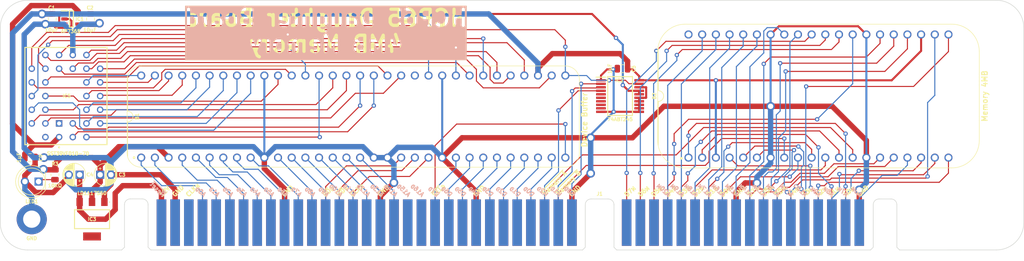
<source format=kicad_pcb>
(kicad_pcb (version 20240108) (generator "pcbnew") (generator_version "8.0")
  (title_block (title "Memory Board 4MB") (date "2024-09-12") (rev "V0"))
  (layers (0 "F.Cu" signal) (31 "B.Cu" signal) (36 "B.SilkS" user "B.Silkscreen") (37 "F.SilkS" user "F.Silkscreen") (38 "B.Mask" user) (39 "F.Mask" user) (44 "Edge.Cuts" user))
  (net 0 "")
  (net 1 "/5V")
  (net 3 "/GND")
  (net 4 "/3.3V")
  (net 5 "/12V")
  (net 12 "/A18_{M}")
  (net 13 "/A4_{M}")
  (net 16 "/A14_{M}")
  (net 17 "/A20_{M}")
  (net 18 "/A13_{M}")
  (net 21 "/A5_{M}")
  (net 22 "/~{RD}_{M}")
  (net 23 "/A6")
  (net 24 "/A8_{M}")
  (net 25 "/A7_{D}")
  (net 26 "/~{WD}_{M}")
  (net 27 "/A16_{M}")
  (net 28 "/A9_{M}")
  (net 29 "/A12_{M}")
  (net 30 "/A5")
  (net 31 "/CLK_{D}")
  (net 32 "/A8_{D}")
  (net 33 "/D5")
  (net 34 "/A13")
  (net 35 "/D4")
  (net 36 "/D6")
  (net 37 "/D1")
  (net 38 "/D2_{D}")
  (net 39 "/A2")
  (net 40 "/~{WD}")
  (net 41 "/A5_{D}")
  (net 42 "/A12")
  (net 43 "/D6_{D}")
  (net 44 "/A6_{D}")
  (net 45 "/A12_{D}")
  (net 46 "/A11")
  (net 47 "/D3")
  (net 48 "/A0_{D}")
  (net 49 "/A11_{D}")
  (net 50 "/A3")
  (net 51 "/D0")
  (net 52 "/A1_{D}")
  (net 53 "/A2_{D}")
  (net 54 "/A10_{M}")
  (net 55 "/A0_{M}")
  (net 56 "/A2_{M}")
  (net 57 "/A11_{M}")
  (net 58 "/D0_{D}")
  (net 59 "/A10_{D}")
  (net 60 "/D4_{D}")
  (net 61 "/~{WD}_{D}")
  (net 62 "/A7")
  (net 63 "/A17_{M}")
  (net 64 "/D7")
  (net 65 "/A19_{M}")
  (net 66 "/A3_{M}")
  (net 67 "/A1_{M}")
  (net 68 "/D2")
  (net 69 "/A6_{M}")
  (net 70 "/~{Device Select}")
  (net 71 "/D1_{D}")
  (net 72 "/A15_{M}")
  (net 73 "/A7_{M}")
  (net 74 "/A9")
  (net 75 "/D7_{D}")
  (net 76 "/A9_{D}")
  (net 77 "/A3_{D}")
  (net 78 "/A14")
  (net 79 "/~{RD}")
  (net 80 "/A1")
  (net 81 "/A0")
  (net 82 "/~{RD}_{D}")
  (net 83 "/A10")
  (net 84 "/A8")
  (net 85 "/A13_{D}")
  (net 86 "/~{Select}_{D}")
  (net 87 "/D3_{D}")
  (net 88 "/A4")
  (net 89 "/A4_{D}")
  (net 90 "/A14_{D}")
  (net 91 "/D5_{D}")
  (net 94 "/H1_{D}")
  (net 95 "/H2_{D}")
  (net 96 "/H0_{D}")
  (net 97 "/A16")
  (net 98 "/A15")
  (net 109 "/~{Reset}_{System}")
  (net 110 "/D2_{M}")
  (net 111 "/D5_{M}")
  (net 112 "/D6_{M}")
  (net 113 "/D0_{M}")
  (net 114 "/D4_{M}")
  (net 115 "/D3_{M}")
  (net 116 "/D7_{M}")
  (net 117 "/D1_{M}")
  (net 132 "Net-(LED1-K)")
  (net 133 "/~{Memory A}")
  (net 134 "/~{Memory B}")
  (footprint "SamacSys_Parts:C_0805" (layer "F.Cu") (at 85.548 -29.21 90)
    (property "Reference" "C5" (at -0.026999 2.075 90) (layer "F.SilkS") (effects (font (size 0.635 0.635))))
    (property "Value" "1µF" (at 0 -2.363 90) (layer "F.SilkS") (effects (font (size 0.635 0.635))))
    (pad "1" smd roundrect (at 0 0.934 180) (size 1 1.45) (layers "F.Cu" "F.Paste" "F.Mask") (net 1 "/5V"))
    (pad "2" smd roundrect (at 0 -0.966 180) (size 1 1.45) (layers "F.Cu" "F.Paste" "F.Mask") (net 3 "/GND"))
  )
  (footprint "SamacSys_Parts:C_0805" (layer "F.Cu") (at -24.466 -12.7 -90)
    (property "Reference" "C9" (at 0.026999 -2.075 90) (layer "F.SilkS") (effects (font (size 0.635 0.635))))
    (property "Value" "1µF" (at 0 2.032 90) (layer "F.SilkS") (effects (font (size 0.635 0.635))))
    (pad "1" smd roundrect (at 0 0.934) (size 1 1.45) (layers "F.Cu" "F.Paste" "F.Mask") (net 4 "/3.3V"))
    (pad "2" smd roundrect (at 0 -0.966) (size 1 1.45) (layers "F.Cu" "F.Paste" "F.Mask") (net 3 "/GND"))
  )
  (footprint "SamacSys_Parts:CP_Radial_D4.0mm_P2.00mm" (layer "F.Cu") (at -15.24 -9.525 180)
    (property "Reference" "C4" (at -1.905 0 180) (layer "F.SilkS") (effects (font (size 0.635 0.635))))
    (property "Value" "10μF")
    (pad "1" thru_hole rect (at 0 0 180) (size 1.5 1.5) (drill 1) (layers "*.Cu" "*.Mask") (net 5 "/12V"))
    (pad "2" thru_hole circle (at 2 0 180) (size 1.5 1.5) (drill 1) (layers "*.Cu" "*.Mask") (net 3 "/GND"))
  )
  (footprint "HCP65_Parts:HCP65_MountingHole_M3_" (layer "F.Cu") (at -24.13 -1.27)
    (property "Reference" "H10" (hide yes))
    (property "Value" "MountingHole_Pad")
    (fp_text user "GND" (at 0 3.556 0) (layer "F.SilkS") (effects (font (size 0.635 0.635))))
    (pad "1" thru_hole circle (at 0 0) (size 5.6 5.6) (drill 3.2) (layers "*.Cu" "*.Mask") (net 3 "/GND"))
  )
  (footprint "SamacSys_Parts:LED_D5.0mm" (layer "F.Cu") (at -22.86 -8.255 180)
    (property "Reference" "LED1" (at 1.27 -3.683 180) (layer "F.SilkS") (effects (font (size 0.635 0.635))))
    (property "Value" "Red")
    (pad "1" thru_hole rect (at 0 0 180) (size 1.5 1.5) (drill 1) (layers "*.Cu" "*.Mask") (net 132 "Net-(LED1-K)"))
    (pad "2" thru_hole circle (at 2.54 0 180) (size 1.5 1.5) (drill 1) (layers "*.Cu" "*.Mask") (net 3 "/GND"))
  )
  (footprint "SamacSys_Parts:5408803224008" (layer "F.Cu") (at -19.05 -19.05)
    (property "Reference" "IC5" (at 1.397 -5.08 0) (layer "F.SilkS") (effects (font (size 0.635 0.635))))
    (property "Value" "SST39VF010-70-4I-NHE" (hide yes))
    (fp_text user "${Silkscreen}" (at 1.651 5.588 0) (layer "F.SilkS") (effects (font (size 0.635 0.635))))
    (pad "1" thru_hole rect (at 0 0) (size 1.2 1.2) (drill 0.75) (layers "*.Cu" "*.Mask"))
    (pad "2" thru_hole circle (at 2.54 2.54) (size 1.2 1.2) (drill 0.75) (layers "*.Cu" "*.Mask") (net 97 "/A16"))
    (pad "3" thru_hole circle (at 2.54 0) (size 1.2 1.2) (drill 0.75) (layers "*.Cu" "*.Mask") (net 98 "/A15"))
    (pad "4" thru_hole circle (at 5.08 2.54) (size 1.2 1.2) (drill 0.75) (layers "*.Cu" "*.Mask") (net 42 "/A12"))
    (pad "5" thru_hole circle (at 7.62 0) (size 1.2 1.2) (drill 0.75) (layers "*.Cu" "*.Mask") (net 62 "/A7"))
    (pad "6" thru_hole circle (at 5.08 0) (size 1.2 1.2) (drill 0.75) (layers "*.Cu" "*.Mask") (net 23 "/A6"))
    (pad "7" thru_hole circle (at 7.62 -2.54) (size 1.2 1.2) (drill 0.75) (layers "*.Cu" "*.Mask") (net 30 "/A5"))
    (pad "8" thru_hole circle (at 5.08 -2.54) (size 1.2 1.2) (drill 0.75) (layers "*.Cu" "*.Mask") (net 88 "/A4"))
    (pad "9" thru_hole circle (at 7.62 -5.08) (size 1.2 1.2) (drill 0.75) (layers "*.Cu" "*.Mask") (net 50 "/A3"))
    (pad "10" thru_hole circle (at 5.08 -5.08) (size 1.2 1.2) (drill 0.75) (layers "*.Cu" "*.Mask") (net 39 "/A2"))
    (pad "11" thru_hole circle (at 7.62 -7.62) (size 1.2 1.2) (drill 0.75) (layers "*.Cu" "*.Mask") (net 80 "/A1"))
    (pad "12" thru_hole circle (at 5.08 -7.62) (size 1.2 1.2) (drill 0.75) (layers "*.Cu" "*.Mask") (net 81 "/A0"))
    (pad "13" thru_hole circle (at 7.62 -10.16) (size 1.2 1.2) (drill 0.75) (layers "*.Cu" "*.Mask") (net 51 "/D0"))
    (pad "14" thru_hole circle (at 5.08 -12.7) (size 1.2 1.2) (drill 0.75) (layers "*.Cu" "*.Mask") (net 37 "/D1"))
    (pad "15" thru_hole circle (at 5.08 -10.16) (size 1.2 1.2) (drill 0.75) (layers "*.Cu" "*.Mask") (net 68 "/D2"))
    (pad "16" thru_hole circle (at 2.54 -12.7) (size 1.2 1.2) (drill 0.75) (layers "*.Cu" "*.Mask") (net 3 "/GND"))
    (pad "17" thru_hole circle (at 2.54 -10.16) (size 1.2 1.2) (drill 0.75) (layers "*.Cu" "*.Mask") (net 47 "/D3"))
    (pad "18" thru_hole circle (at 0 -12.7) (size 1.2 1.2) (drill 0.75) (layers "*.Cu" "*.Mask") (net 35 "/D4"))
    (pad "19" thru_hole circle (at 0 -10.16) (size 1.2 1.2) (drill 0.75) (layers "*.Cu" "*.Mask") (net 33 "/D5"))
    (pad "20" thru_hole circle (at -2.54 -12.7) (size 1.2 1.2) (drill 0.75) (layers "*.Cu" "*.Mask") (net 36 "/D6"))
    (pad "21" thru_hole circle (at -5.08 -10.16) (size 1.2 1.2) (drill 0.75) (layers "*.Cu" "*.Mask") (net 64 "/D7"))
    (pad "22" thru_hole circle (at -2.54 -10.16) (size 1.2 1.2) (drill 0.75) (layers "*.Cu" "*.Mask") (net 70 "/~{Device Select}"))
    (pad "23" thru_hole circle (at -5.08 -7.62) (size 1.2 1.2) (drill 0.75) (layers "*.Cu" "*.Mask") (net 83 "/A10"))
    (pad "24" thru_hole circle (at -2.54 -7.62) (size 1.2 1.2) (drill 0.75) (layers "*.Cu" "*.Mask") (net 79 "/~{RD}"))
    (pad "25" thru_hole circle (at -5.08 -5.08) (size 1.2 1.2) (drill 0.75) (layers "*.Cu" "*.Mask") (net 46 "/A11"))
    (pad "26" thru_hole circle (at -2.54 -5.08) (size 1.2 1.2) (drill 0.75) (layers "*.Cu" "*.Mask") (net 74 "/A9"))
    (pad "27" thru_hole circle (at -5.08 -2.54) (size 1.2 1.2) (drill 0.75) (layers "*.Cu" "*.Mask") (net 84 "/A8"))
    (pad "28" thru_hole circle (at -2.54 -2.54) (size 1.2 1.2) (drill 0.75) (layers "*.Cu" "*.Mask") (net 34 "/A13"))
    (pad "29" thru_hole circle (at -5.08 0) (size 1.2 1.2) (drill 0.75) (layers "*.Cu" "*.Mask") (net 78 "/A14"))
    (pad "30" thru_hole circle (at -2.54 2.54) (size 1.2 1.2) (drill 0.75) (layers "*.Cu" "*.Mask"))
    (pad "31" thru_hole circle (at -2.54 0) (size 1.2 1.2) (drill 0.75) (layers "*.Cu" "*.Mask") (net 40 "/~{WD}"))
    (pad "32" thru_hole circle (at 0 2.54) (size 1.2 1.2) (drill 0.75) (layers "*.Cu" "*.Mask") (net 4 "/3.3V"))
  )
  (footprint "SamacSys_Parts:CP_Radial_D4.0mm_P2.00mm" (layer "F.Cu") (at -11.43 -9.525)
    (property "Reference" "C3" (at 4.064 0 0) (layer "F.SilkS") (effects (font (size 0.635 0.635))))
    (property "Value" "100μF")
    (pad "1" thru_hole rect (at 0 0) (size 1.5 1.5) (drill 1) (layers "*.Cu" "*.Mask") (net 1 "/5V"))
    (pad "2" thru_hole circle (at 2 0) (size 1.5 1.5) (drill 1) (layers "*.Cu" "*.Mask") (net 3 "/GND"))
  )
  (footprint "SamacSys_Parts:LD1117S33C" (layer "F.Cu") (at -12.94 -1.27 180)
    (property "Reference" "IC3" (at 0 0 180) (layer "F.SilkS") (effects (font (size 0.635 0.635))))
    (property "Value" "LD1117S50C" (hide yes))
    (fp_text user "${Silkscreen}" (at 0 4.826 180) (layer "F.SilkS") (effects (font (size 0.635 0.635))))
    (pad "1" smd rect (at -2.3 3.2 180) (size 1.2 1.5) (layers "F.Cu" "F.Paste" "F.Mask") (net 3 "/GND"))
    (pad "2" smd rect (at 0 3.2 180) (size 1.2 1.5) (layers "F.Cu" "F.Paste" "F.Mask") (net 1 "/5V"))
    (pad "3" smd rect (at 2.3 3.2 180) (size 1.2 1.5) (layers "F.Cu" "F.Paste" "F.Mask") (net 5 "/12V"))
    (pad "4" smd rect (at 0 -3.2 270) (size 1.5 3.3) (layers "F.Cu" "F.Paste" "F.Mask"))
  )
  (footprint "SamacSys_Parts:C_0805" (layer "F.Cu") (at -13.208 -38.436 180)
    (property "Reference" "C2" (at 0.1 2.075 180) (layer "F.SilkS") (effects (font (size 0.635 0.635))))
    (property "Value" "10µF" (at 0.127 -2.032 180) (layer "F.SilkS") (effects (font (size 0.635 0.635))))
    (pad "1" smd roundrect (at 0 0.934 270) (size 1 1.45) (layers "F.Cu" "F.Paste" "F.Mask") (net 4 "/3.3V"))
    (pad "2" smd roundrect (at 0 -0.966 270) (size 1 1.45) (layers "F.Cu" "F.Paste" "F.Mask") (net 3 "/GND"))
  )
  (footprint "HCP65_Parts:HCP65_Memory_4MB" (layer "F.Cu") (at 97.79 -12.7 90)
    (property "Reference" "B2" (at 11.43 -6.35 90) (layer "F.SilkS") (effects (font (size 0.635 0.635))))
    (property "Value" "Memory 4MB" (hide yes))
    (property "Silkscreen" "Memory 4MB" (at 11.43 54.991 90) (layer "F.SilkS") (effects (font (thickness 0.2))))
    (pad "1" thru_hole circle (at 0 0 90) (size 1.5 1.5) (drill 1) (layers "*.Cu" "*.Mask") (net 55 "/A0_{M}"))
    (pad "2" thru_hole circle (at 0 2.54 90) (size 1.5 1.5) (drill 1) (layers "*.Cu" "*.Mask") (net 67 "/A1_{M}"))
    (pad "3" thru_hole circle (at 0 5.08 90) (size 1.5 1.5) (drill 1) (layers "*.Cu" "*.Mask") (net 1 "/5V"))
    (pad "4" thru_hole circle (at 0 7.62 90) (size 1.5 1.5) (drill 1) (layers "*.Cu" "*.Mask") (net 56 "/A2_{M}"))
    (pad "5" thru_hole circle (at 0 10.16 90) (size 1.5 1.5) (drill 1) (layers "*.Cu" "*.Mask") (net 66 "/A3_{M}"))
    (pad "6" thru_hole circle (at 0 12.7 90) (size 1.5 1.5) (drill 1) (layers "*.Cu" "*.Mask") (net 13 "/A4_{M}"))
    (pad "7" thru_hole circle (at 0 15.24 90) (size 1.5 1.5) (drill 1) (layers "*.Cu" "*.Mask") (net 3 "/GND"))
    (pad "8" thru_hole circle (at 0 17.78 90) (size 1.5 1.5) (drill 1) (layers "*.Cu" "*.Mask") (net 134 "/~{Memory B}"))
    (pad "9" thru_hole circle (at 0 20.32 90) (size 1.5 1.5) (drill 1) (layers "*.Cu" "*.Mask") (net 113 "/D0_{M}"))
    (pad "10" thru_hole circle (at 0 22.86 90) (size 1.5 1.5) (drill 1) (layers "*.Cu" "*.Mask") (net 117 "/D1_{M}"))
    (pad "11" thru_hole circle (at 0 25.4 90) (size 1.5 1.5) (drill 1) (layers "*.Cu" "*.Mask") (net 110 "/D2_{M}"))
    (pad "12" thru_hole circle (at 0 27.94 90) (size 1.5 1.5) (drill 1) (layers "*.Cu" "*.Mask") (net 115 "/D3_{M}"))
    (pad "13" thru_hole circle (at 0 30.48 90) (size 1.5 1.5) (drill 1) (layers "*.Cu" "*.Mask") (net 133 "/~{Memory A}"))
    (pad "14" thru_hole circle (at 0 33.02 90) (size 1.5 1.5) (drill 1) (layers "*.Cu" "*.Mask") (net 3 "/GND"))
    (pad "15" thru_hole circle (at 0 35.56 90) (size 1.5 1.5) (drill 1) (layers "*.Cu" "*.Mask") (net 26 "/~{WD}_{M}"))
    (pad "16" thru_hole circle (at 0 38.1 90) (size 1.5 1.5) (drill 1) (layers "*.Cu" "*.Mask") (net 21 "/A5_{M}"))
    (pad "17" thru_hole circle (at 0 40.64 90) (size 1.5 1.5) (drill 1) (layers "*.Cu" "*.Mask") (net 69 "/A6_{M}"))
    (pad "18" thru_hole circle (at 0 43.18 90) (size 1.5 1.5) (drill 1) (layers "*.Cu" "*.Mask") (net 73 "/A7_{M}"))
    (pad "19" thru_hole circle (at 0 45.72 90) (size 1.5 1.5) (drill 1) (layers "*.Cu" "*.Mask") (net 24 "/A8_{M}"))
    (pad "20" thru_hole circle (at 0 48.26 90) (size 1.5 1.5) (drill 1) (layers "*.Cu" "*.Mask") (net 28 "/A9_{M}"))
    (pad "21" thru_hole circle (at 22.86 48.26 90) (size 1.5 1.5) (drill 1) (layers "*.Cu" "*.Mask") (net 54 "/A10_{M}"))
    (pad "22" thru_hole circle (at 22.86 45.72 90) (size 1.5 1.5) (drill 1) (layers "*.Cu" "*.Mask") (net 57 "/A11_{M}"))
    (pad "23" thru_hole circle (at 22.86 43.18 90) (size 1.5 1.5) (drill 1) (layers "*.Cu" "*.Mask") (net 1 "/5V"))
    (pad "24" thru_hole circle (at 22.86 40.64 90) (size 1.5 1.5) (drill 1) (layers "*.Cu" "*.Mask") (net 29 "/A12_{M}"))
    (pad "25" thru_hole circle (at 22.86 38.1 90) (size 1.5 1.5) (drill 1) (layers "*.Cu" "*.Mask") (net 18 "/A13_{M}"))
    (pad "26" thru_hole circle (at 22.86 35.56 90) (size 1.5 1.5) (drill 1) (layers "*.Cu" "*.Mask") (net 16 "/A14_{M}"))
    (pad "27" thru_hole circle (at 22.86 33.02 90) (size 1.5 1.5) (drill 1) (layers "*.Cu" "*.Mask") (net 3 "/GND"))
    (pad "28" thru_hole circle (at 22.86 30.48 90) (size 1.5 1.5) (drill 1) (layers "*.Cu" "*.Mask") (net 114 "/D4_{M}"))
    (pad "29" thru_hole circle (at 22.86 27.94 90) (size 1.5 1.5) (drill 1) (layers "*.Cu" "*.Mask") (net 111 "/D5_{M}"))
    (pad "30" thru_hole circle (at 22.86 25.4 90) (size 1.5 1.5) (drill 1) (layers "*.Cu" "*.Mask") (net 112 "/D6_{M}"))
    (pad "31" thru_hole circle (at 22.86 22.86 90) (size 1.5 1.5) (drill 1) (layers "*.Cu" "*.Mask") (net 116 "/D7_{M}"))
    (pad "32" thru_hole circle (at 22.86 20.32 90) (size 1.5 1.5) (drill 1) (layers "*.Cu" "*.Mask") (net 22 "/~{RD}_{M}"))
    (pad "33" thru_hole circle (at 22.86 17.78 90) (size 1.5 1.5) (drill 1) (layers "*.Cu" "*.Mask") (net 72 "/A15_{M}"))
    (pad "34" thru_hole circle (at 22.86 15.24 90) (size 1.5 1.5) (drill 1) (layers "*.Cu" "*.Mask") (net 3 "/GND"))
    (pad "35" thru_hole circle (at 22.86 12.7 90) (size 1.5 1.5) (drill 1) (layers "*.Cu" "*.Mask") (net 27 "/A16_{M}"))
    (pad "36" thru_hole circle (at 22.86 10.16 90) (size 1.5 1.5) (drill 1) (layers "*.Cu" "*.Mask") (net 63 "/A17_{M}"))
    (pad "37" thru_hole circle (at 22.86 7.62 90) (size 1.5 1.5) (drill 1) (layers "*.Cu" "*.Mask") (net 12 "/A18_{M}"))
    (pad "38" thru_hole circle (at 22.86 5.08 90) (size 1.5 1.5) (drill 1) (layers "*.Cu" "*.Mask") (net 65 "/A19_{M}"))
    (pad "39" thru_hole circle (at 22.86 2.54 90) (size 1.5 1.5) (drill 1) (layers "*.Cu" "*.Mask") (net 17 "/A20_{M}"))
    (pad "40" thru_hole circle (at 22.86 0 90) (size 1.5 1.5) (drill 1) (layers "*.Cu" "*.Mask"))
  )
  (footprint "SamacSys_Parts:SOT95P285X130-5N" (layer "F.Cu") (at -16.764 -38.436)
    (property "Reference" "IC1" (at 1.524 0 0) (layer "F.SilkS") (effects (font (size 0.635 0.635))))
    (property "Value" "AP7365-33WG-7" (hide yes))
    (property "Silkscreen" "AP7365" (at -0.127 2.286 0) (layer "F.SilkS") (effects (font (size 0.635 0.635))))
    (pad "1" smd rect (at -1.3 -0.95 90) (size 0.6 1.15) (layers "F.Cu" "F.Paste" "F.Mask") (net 1 "/5V"))
    (pad "2" smd rect (at -1.3 0 90) (size 0.6 1.15) (layers "F.Cu" "F.Paste" "F.Mask") (net 3 "/GND"))
    (pad "3" smd rect (at -1.3 0.95 90) (size 0.6 1.15) (layers "F.Cu" "F.Paste" "F.Mask") (net 1 "/5V"))
    (pad "4" smd rect (at 1.3 0.95 90) (size 0.6 1.15) (layers "F.Cu" "F.Paste" "F.Mask"))
    (pad "5" smd rect (at 1.3 -0.95 90) (size 0.6 1.15) (layers "F.Cu" "F.Paste" "F.Mask") (net 4 "/3.3V"))
  )
  (footprint "SamacSys_Parts:98pin Edge Connector" (layer "F.Cu") (at -7.4168 4.445)
    (property "Reference" "J1" (at 88.707048 -10.414 0) (layer "F.SilkS") (effects (font (size 0.635 0.635))))
    (property "Value" "395-098-520-350")
    (fp_line (start 0.5 -8.413) (end 0.5 -0.5) (stroke (width 0.1)) (layer "Edge.Cuts"))
    (fp_line (start 0.5 -0.5) (end 0 0) (stroke (width 0.1)) (layer "Edge.Cuts"))
    (fp_line (start 3.81 -9.479799) (end 1.577048 -9.479799) (stroke (width 0.1)) (layer "Edge.Cuts"))
    (fp_line (start 4.887048 -8.413) (end 4.887048 -0.5) (stroke (width 0.1)) (layer "Edge.Cuts"))
    (fp_line (start 4.887048 -0.5) (end 5.387048 0) (stroke (width 0.1)) (layer "Edge.Cuts"))
    (fp_line (start 85.540048 0) (end 5.387048 0) (stroke (width 0.1)) (layer "Edge.Cuts"))
    (fp_line (start 86.040048 -8.4) (end 86.040048 -0.5) (stroke (width 0.1)) (layer "Edge.Cuts"))
    (fp_line (start 86.040048 -0.5) (end 85.540048 0) (stroke (width 0.1)) (layer "Edge.Cuts"))
    (fp_line (start 87.117096 -9.466799) (end 90.297 -9.466799) (stroke (width 0.1)) (layer "Edge.Cuts"))
    (fp_line (start 91.374048 -8.4) (end 91.374048 -0.5) (stroke (width 0.1)) (layer "Edge.Cuts"))
    (fp_line (start 91.374048 -0.5) (end 91.874048 0) (stroke (width 0.1)) (layer "Edge.Cuts"))
    (fp_line (start 138.999048 0) (end 91.874048 0) (stroke (width 0.1)) (layer "Edge.Cuts"))
    (fp_line (start 139.499048 -8.4) (end 139.499048 -0.5) (stroke (width 0.1)) (layer "Edge.Cuts"))
    (fp_line (start 139.499048 -0.5) (end 138.999048 0) (stroke (width 0.1)) (layer "Edge.Cuts"))
    (fp_line (start 140.576096 -9.466799) (end 142.809048 -9.466799) (stroke (width 0.1)) (layer "Edge.Cuts"))
    (fp_line (start 143.886096 -8.4) (end 143.886096 -0.5) (stroke (width 0.1)) (layer "Edge.Cuts"))
    (fp_line (start 143.886096 -0.5) (end 144.386096 0) (stroke (width 0.1)) (layer "Edge.Cuts"))
    (fp_arc (start 0.5 -8.413) (mid 0.817585 -9.169461) (end 1.577048 -9.479799) (stroke (width 0.1)) (layer "Edge.Cuts"))
    (fp_arc (start 3.81 -9.479799) (mid 4.569467 -9.169465) (end 4.887048 -8.413) (stroke (width 0.1)) (layer "Edge.Cuts"))
    (fp_arc (start 86.040048 -8.4) (mid 86.35762 -9.156489) (end 87.117096 -9.466799) (stroke (width 0.1)) (layer "Edge.Cuts"))
    (fp_arc (start 90.297 -9.466799) (mid 91.056441 -9.156453) (end 91.374048 -8.4) (stroke (width 0.1)) (layer "Edge.Cuts"))
    (fp_arc (start 139.499048 -8.4) (mid 139.81662 -9.156489) (end 140.576096 -9.466799) (stroke (width 0.1)) (layer "Edge.Cuts"))
    (fp_arc (start 142.809048 -9.466799) (mid 143.568523 -9.156472) (end 143.886096 -8.4) (stroke (width 0.1)) (layer "Edge.Cuts"))
    (pad "A1" connect rect (at 7.366 -5.08) (size 1.78 8.62) (layers "B.Cu" "B.Mask") (net 109 "/~{Reset}_{System}"))
    (pad "A2" connect rect (at 9.906 -5.08) (size 1.78 8.62) (layers "B.Cu" "B.Mask"))
    (pad "A3" connect rect (at 12.446 -5.08) (size 1.78 8.62) (layers "B.Cu" "B.Mask"))
    (pad "A4" connect rect (at 14.986 -5.08) (size 1.78 8.62) (layers "B.Cu" "B.Mask") (net 48 "/A0_{D}"))
    (pad "A5" connect rect (at 17.526 -5.08) (size 1.78 8.62) (layers "B.Cu" "B.Mask") (net 52 "/A1_{D}"))
    (pad "A6" connect rect (at 20.066 -5.08) (size 1.78 8.62) (layers "B.Cu" "B.Mask") (net 53 "/A2_{D}"))
    (pad "A7" connect rect (at 22.606 -5.08) (size 1.78 8.62) (layers "B.Cu" "B.Mask") (net 77 "/A3_{D}"))
    (pad "A8" connect rect (at 25.146 -5.08) (size 1.78 8.62) (layers "B.Cu" "B.Mask") (net 89 "/A4_{D}"))
    (pad "A9" connect rect (at 27.686 -5.08) (size 1.78 8.62) (layers "B.Cu" "B.Mask") (net 41 "/A5_{D}"))
    (pad "A10" connect rect (at 30.226 -5.08) (size 1.78 8.62) (layers "B.Cu" "B.Mask") (net 44 "/A6_{D}"))
    (pad "A11" connect rect (at 32.766 -5.08) (size 1.78 8.62) (layers "B.Cu" "B.Mask") (net 25 "/A7_{D}"))
    (pad "A12" connect rect (at 35.306 -5.08) (size 1.78 8.62) (layers "B.Cu" "B.Mask") (net 32 "/A8_{D}"))
    (pad "A13" connect rect (at 37.846 -5.08) (size 1.78 8.62) (layers "B.Cu" "B.Mask") (net 76 "/A9_{D}"))
    (pad "A14" connect rect (at 40.386 -5.08) (size 1.78 8.62) (layers "B.Cu" "B.Mask") (net 59 "/A10_{D}"))
    (pad "A15" connect rect (at 42.926 -5.08) (size 1.78 8.62) (layers "B.Cu" "B.Mask") (net 49 "/A11_{D}"))
    (pad "A16" connect rect (at 45.466 -5.08) (size 1.78 8.62) (layers "B.Cu" "B.Mask") (net 45 "/A12_{D}"))
    (pad "A17" connect rect (at 48.006 -5.08) (size 1.78 8.62) (layers "B.Cu" "B.Mask") (net 85 "/A13_{D}"))
    (pad "A18" connect rect (at 50.546 -5.08) (size 1.78 8.62) (layers "B.Cu" "B.Mask") (net 90 "/A14_{D}"))
    (pad "A19" connect rect (at 53.086 -5.08) (size 1.78 8.62) (layers "B.Cu" "B.Mask"))
    (pad "A20" connect rect (at 55.626 -5.08) (size 1.78 8.62) (layers "B.Cu" "B.Mask"))
    (pad "A21" connect rect (at 58.166 -5.08) (size 1.78 8.62) (layers "B.Cu" "B.Mask") (net 75 "/D7_{D}"))
    (pad "A22" connect rect (at 60.706 -5.08) (size 1.78 8.62) (layers "B.Cu" "B.Mask") (net 43 "/D6_{D}"))
    (pad "A23" connect rect (at 63.246 -5.08) (size 1.78 8.62) (layers "B.Cu" "B.Mask") (net 91 "/D5_{D}"))
    (pad "A24" connect rect (at 65.786 -5.08) (size 1.78 8.62) (layers "B.Cu" "B.Mask") (net 60 "/D4_{D}"))
    (pad "A25" connect rect (at 68.326 -5.08) (size 1.78 8.62) (layers "B.Cu" "B.Mask") (net 87 "/D3_{D}"))
    (pad "A26" connect rect (at 70.866 -5.08) (size 1.78 8.62) (layers "B.Cu" "B.Mask") (net 38 "/D2_{D}"))
    (pad "A27" connect rect (at 73.406 -5.08) (size 1.78 8.62) (layers "B.Cu" "B.Mask") (net 71 "/D1_{D}"))
    (pad "A28" connect rect (at 75.946 -5.08) (size 1.78 8.62) (layers "B.Cu" "B.Mask") (net 58 "/D0_{D}"))
    (pad "A29" connect rect (at 78.486 -5.08) (size 1.78 8.62) (layers "B.Cu" "B.Mask") (net 95 "/H2_{D}"))
    (pad "A30" connect rect (at 81.026 -5.08) (size 1.78 8.62) (layers "B.Cu" "B.Mask") (net 94 "/H1_{D}"))
    (pad "A31" connect rect (at 83.566 -5.08) (size 1.78 8.62) (layers "B.Cu" "B.Mask") (net 96 "/H0_{D}"))
    (pad "B1" connect rect (at 7.366 -5.08) (size 1.78 8.62) (layers "F.Cu" "F.Mask") (net 5 "/12V"))
    (pad "B2" connect rect (at 9.906 -5.08) (size 1.78 8.62) (layers "F.Cu" "F.Mask") (net 3 "/GND"))
    (pad "B3" connect rect (at 12.446 -5.08) (size 1.78 8.62) (layers "F.Cu" "F.Mask"))
    (pad "B4" connect rect (at 14.986 -5.08) (size 1.78 8.62) (layers "F.Cu" "F.Mask"))
    (pad "B5" connect rect (at 17.526 -5.08) (size 1.78 8.62) (layers "F.Cu" "F.Mask"))
    (pad "B6" connect rect (at 20.066 -5.08) (size 1.78 8.62) (layers "F.Cu" "F.Mask"))
    (pad "B7" connect rect (at 22.606 -5.08) (size 1.78 8.62) (layers "F.Cu" "F.Mask"))
    (pad "B8" connect rect (at 25.146 -5.08) (size 1.78 8.62) (layers "F.Cu" "F.Mask"))
    (pad "B9" connect rect (at 27.686 -5.08) (size 1.78 8.62) (layers "F.Cu" "F.Mask"))
    (pad "B10" connect rect (at 30.226 -5.08) (size 1.78 8.62) (layers "F.Cu" "F.Mask") (net 3 "/GND"))
    (pad "B11" connect rect (at 32.766 -5.08) (size 1.78 8.62) (layers "F.Cu" "F.Mask"))
    (pad "B12" connect rect (at 35.306 -5.08) (size 1.78 8.62) (layers "F.Cu" "F.Mask"))
    (pad "B13" connect rect (at 37.846 -5.08) (size 1.78 8.62) (layers "F.Cu" "F.Mask") (net 82 "/~{RD}_{D}"))
    (pad "B14" connect rect (at 40.386 -5.08) (size 1.78 8.62) (layers "F.Cu" "F.Mask") (net 61 "/~{WD}_{D}"))
    (pad "B15" connect rect (at 42.926 -5.08) (size 1.78 8.62) (layers "F.Cu" "F.Mask") (net 31 "/CLK_{D}"))
    (pad "B16" connect rect (at 45.466 -5.08) (size 1.78 8.62) (layers "F.Cu" "F.Mask"))
    (pad "B17" connect rect (at 48.006 -5.08) (size 1.78 8.62) (layers "F.Cu" "F.Mask") (net 3 "/GND"))
    (pad "B18" connect rect (at 50.546 -5.08) (size 1.78 8.62) (layers "F.Cu" "F.Mask"))
    (pad "B19" connect rect (at 53.086 -5.08) (size 1.78 8.62) (layers "F.Cu" "F.Mask"))
    (pad "B20" connect rect (at 55.626 -5.08) (size 1.78 8.62) (layers "F.Cu" "F.Mask"))
    (pad "B21" connect rect (at 58.166 -5.08) (size 1.78 8.62) (layers "F.Cu" "F.Mask") (net 86 "/~{Select}_{D}"))
    (pad "B22" connect rect (at 60.706 -5.08) (size 1.78 8.62) (layers "F.Cu" "F.Mask"))
    (pad "B23" connect rect (at 63.246 -5.08) (size 1.78 8.62) (layers "F.Cu" "F.Mask"))
    (pad "B24" connect rect (at 65.786 -5.08) (size 1.78 8.62) (layers "F.Cu" "F.Mask") (net 3 "/GND"))
    (pad "B25" connect rect (at 68.326 -5.08) (size 1.78 8.62) (layers "F.Cu" "F.Mask"))
    (pad "B26" connect rect (at 70.866 -5.08) (size 1.78 8.62) (layers "F.Cu" "F.Mask"))
    (pad "B27" connect rect (at 73.406 -5.08) (size 1.78 8.62) (layers "F.Cu" "F.Mask"))
    (pad "B28" connect rect (at 75.946 -5.08) (size 1.78 8.62) (layers "F.Cu" "F.Mask"))
    (pad "B29" connect rect (at 78.486 -5.08) (size 1.78 8.62) (layers "F.Cu" "F.Mask") (net 133 "/~{Memory A}"))
    (pad "B30" connect rect (at 81.026 -5.08) (size 1.78 8.62) (layers "F.Cu" "F.Mask") (net 134 "/~{Memory B}"))
    (pad "B31" connect rect (at 83.566 -5.08) (size 1.78 8.62) (layers "F.Cu" "F.Mask") (net 3 "/GND"))
    (pad "C1" connect rect (at 93.726 -5.08) (size 1.78 8.62) (layers "B.Cu" "B.Mask"))
    (pad "C2" connect rect (at 96.266 -5.08) (size 1.78 8.62) (layers "B.Cu" "B.Mask"))
    (pad "C3" connect rect (at 98.806 -5.08) (size 1.78 8.62) (layers "B.Cu" "B.Mask"))
    (pad "C4" connect rect (at 101.346 -5.08) (size 1.78 8.62) (layers "B.Cu" "B.Mask") (net 17 "/A20_{M}"))
    (pad "C5" connect rect (at 103.886 -5.08) (size 1.78 8.62) (layers "B.Cu" "B.Mask") (net 65 "/A19_{M}"))
    (pad "C6" connect rect (at 106.426 -5.08) (size 1.78 8.62) (layers "B.Cu" "B.Mask") (net 12 "/A18_{M}"))
    (pad "C7" connect rect (at 108.966 -5.08) (size 1.78 8.62) (layers "B.Cu" "B.Mask") (net 63 "/A17_{M}"))
    (pad "C8" connect rect (at 111.506 -5.08) (size 1.78 8.62) (layers "B.Cu" "B.Mask") (net 27 "/A16_{M}"))
    (pad "C9" connect rect (at 114.046 -5.08) (size 1.78 8.62) (layers "B.Cu" "B.Mask") (net 72 "/A15_{M}"))
    (pad "C10" connect rect (at 116.586 -5.08) (size 1.78 8.62) (layers "B.Cu" "B.Mask") (net 16 "/A14_{M}"))
    (pad "C11" connect rect (at 119.126 -5.08) (size 1.78 8.62) (layers "B.Cu" "B.Mask") (net 18 "/A13_{M}"))
    (pad "C12" connect rect (at 121.666 -5.08) (size 1.78 8.62) (layers "B.Cu" "B.Mask") (net 29 "/A12_{M}"))
    (pad "C13" connect rect (at 124.206 -5.08) (size 1.78 8.62) (layers "B.Cu" "B.Mask") (net 57 "/A11_{M}"))
    (pad "C14" connect rect (at 126.746 -5.08) (size 1.78 8.62) (layers "B.Cu" "B.Mask") (net 54 "/A10_{M}"))
    (pad "C15" connect rect (at 129.286 -5.08) (size 1.78 8.62) (layers "B.Cu" "B.Mask") (net 28 "/A9_{M}"))
    (pad "C16" connect rect (at 131.826 -5.08) (size 1.78 8.62) (layers "B.Cu" "B.Mask") (net 24 "/A8_{M}"))
    (pad "C17" connect rect (at 134.366 -5.08) (size 1.78 8.62) (layers "B.Cu" "B.Mask") (net 73 "/A7_{M}"))
    (pad "C18" connect rect (at 136.906 -5.08) (size 1.78 8.62) (layers "B.Cu" "B.Mask") (net 69 "/A6_{M}"))
    (pad "D1" connect rect (at 93.726 -5.08) (size 1.78 8.62) (layers "F.Cu" "F.Mask") (net 116 "/D7_{M}"))
    (pad "D2" connect rect (at 96.266 -5.08) (size 1.78 8.62) (layers "F.Cu" "F.Mask") (net 112 "/D6_{M}"))
    (pad "D3" connect rect (at 98.806 -5.08) (size 1.78 8.62) (layers "F.Cu" "F.Mask") (net 111 "/D5_{M}"))
    (pad "D4" connect rect (at 101.346 -5.08) (size 1.78 8.62) (layers "F.Cu" "F.Mask") (net 114 "/D4_{M}"))
    (pad "D5" connect rect (at 103.886 -5.08) (size 1.78 8.62) (layers "F.Cu" "F.Mask") (net 115 "/D3_{M}"))
    (pad "D6" connect rect (at 106.426 -5.08) (size 1.78 8.62) (layers "F.Cu" "F.Mask") (net 110 "/D2_{M}"))
    (pad "D7" connect rect (at 108.966 -5.08) (size 1.78 8.62) (layers "F.Cu" "F.Mask") (net 117 "/D1_{M}"))
    (pad "D8" connect rect (at 111.506 -5.08) (size 1.78 8.62) (layers "F.Cu" "F.Mask") (net 113 "/D0_{M}"))
    (pad "D9" connect rect (at 114.046 -5.08) (size 1.78 8.62) (layers "F.Cu" "F.Mask") (net 3 "/GND"))
    (pad "D10" connect rect (at 116.586 -5.08) (size 1.78 8.62) (layers "F.Cu" "F.Mask") (net 22 "/~{RD}_{M}"))
    (pad "D11" connect rect (at 119.126 -5.08) (size 1.78 8.62) (layers "F.Cu" "F.Mask") (net 26 "/~{WD}_{M}"))
    (pad "D12" connect rect (at 121.666 -5.08) (size 1.78 8.62) (layers "F.Cu" "F.Mask") (net 21 "/A5_{M}"))
    (pad "D13" connect rect (at 124.206 -5.08) (size 1.78 8.62) (layers "F.Cu" "F.Mask") (net 13 "/A4_{M}"))
    (pad "D14" connect rect (at 126.746 -5.08) (size 1.78 8.62) (layers "F.Cu" "F.Mask") (net 66 "/A3_{M}"))
    (pad "D15" connect rect (at 129.286 -5.08) (size 1.78 8.62) (layers "F.Cu" "F.Mask") (net 56 "/A2_{M}"))
    (pad "D16" connect rect (at 131.826 -5.08) (size 1.78 8.62) (layers "F.Cu" "F.Mask") (net 67 "/A1_{M}"))
    (pad "D17" connect rect (at 134.366 -5.08) (size 1.78 8.62) (layers "F.Cu" "F.Mask") (net 55 "/A0_{M}"))
    (pad "D18" connect rect (at 136.906 -5.08) (size 1.78 8.62) (layers "F.Cu" "F.Mask") (net 3 "/GND"))
  )
  (footprint "SamacSys_Parts:SOP65P780X200-20N" (layer "F.Cu") (at 85.09 -24.13)
    (property "Reference" "IC2" (at -0.127 -2.921 0) (layer "F.SilkS") (effects (font (size 0.635 0.635))))
    (property "Value" "SN74ABT245BDBR" (hide yes))
    (fp_text user "${Silkscreen}" (at 0 4.318 0) (layer "F.SilkS") (effects (font (size 0.635 0.635))))
    (pad "1" smd rect (at -3.55 -2.925 90) (size 0.45 1.8) (layers "F.Cu" "F.Paste" "F.Mask") (net 3 "/GND"))
    (pad "2" smd rect (at -3.55 -2.275 90) (size 0.45 1.8) (layers "F.Cu" "F.Paste" "F.Mask") (net 96 "/H0_{D}"))
    (pad "3" smd rect (at -3.55 -1.625 90) (size 0.45 1.8) (layers "F.Cu" "F.Paste" "F.Mask") (net 94 "/H1_{D}"))
    (pad "4" smd rect (at -3.55 -0.975 90) (size 0.45 1.8) (layers "F.Cu" "F.Paste" "F.Mask") (net 95 "/H2_{D}"))
    (pad "5" smd rect (at -3.55 -0.325 90) (size 0.45 1.8) (layers "F.Cu" "F.Paste" "F.Mask"))
    (pad "6" smd rect (at -3.55 0.325 90) (size 0.45 1.8) (layers "F.Cu" "F.Paste" "F.Mask"))
    (pad "7" smd rect (at -3.55 0.975 90) (size 0.45 1.8) (layers "F.Cu" "F.Paste" "F.Mask"))
    (pad "8" smd rect (at -3.55 1.625 90) (size 0.45 1.8) (layers "F.Cu" "F.Paste" "F.Mask"))
    (pad "9" smd rect (at -3.55 2.275 90) (size 0.45 1.8) (layers "F.Cu" "F.Paste" "F.Mask"))
    (pad "10" smd rect (at -3.55 2.925 90) (size 0.45 1.8) (layers "F.Cu" "F.Paste" "F.Mask") (net 3 "/GND"))
    (pad "11" smd rect (at 3.55 2.925 90) (size 0.45 1.8) (layers "F.Cu" "F.Paste" "F.Mask") (net 3 "/GND"))
    (pad "12" smd rect (at 3.55 2.275 90) (size 0.45 1.8) (layers "F.Cu" "F.Paste" "F.Mask") (net 3 "/GND"))
    (pad "13" smd rect (at 3.55 1.625 90) (size 0.45 1.8) (layers "F.Cu" "F.Paste" "F.Mask") (net 3 "/GND"))
    (pad "14" smd rect (at 3.55 0.975 90) (size 0.45 1.8) (layers "F.Cu" "F.Paste" "F.Mask") (net 3 "/GND"))
    (pad "15" smd rect (at 3.55 0.325 90) (size 0.45 1.8) (layers "F.Cu" "F.Paste" "F.Mask") (net 3 "/GND"))
    (pad "16" smd rect (at 3.55 -0.325 90) (size 0.45 1.8) (layers "F.Cu" "F.Paste" "F.Mask") (net 4 "/3.3V"))
    (pad "17" smd rect (at 3.55 -0.975 90) (size 0.45 1.8) (layers "F.Cu" "F.Paste" "F.Mask") (net 4 "/3.3V"))
    (pad "18" smd rect (at 3.55 -1.625 90) (size 0.45 1.8) (layers "F.Cu" "F.Paste" "F.Mask") (net 3 "/GND"))
    (pad "19" smd rect (at 3.55 -2.275 90) (size 0.45 1.8) (layers "F.Cu" "F.Paste" "F.Mask") (net 70 "/~{Device Select}"))
    (pad "20" smd rect (at 3.55 -2.925 90) (size 0.45 1.8) (layers "F.Cu" "F.Paste" "F.Mask") (net 1 "/5V"))
  )
  (footprint "HCP65_Parts:HCP65_Device_Buffer" (layer "F.Cu") (at -3.81 -12.7 90)
    (property "Reference" "B1" (at 7.62 -0.762 90) (layer "F.SilkS") (effects (font (size 0.635 0.635))))
    (property "Value" "Device Buffer" (hide yes))
    (property "Silkscreen" "Device Buffer" (at 6.985 82.296 90) (layer "F.SilkS") (effects (font (thickness 0.2))))
    (pad "1" thru_hole circle (at 0 0 90) (size 1.5 1.5) (drill 1) (layers "*.Cu" "*.Mask") (net 48 "/A0_{D}"))
    (pad "2" thru_hole circle (at 0 2.54 90) (size 1.5 1.5) (drill 1) (layers "*.Cu" "*.Mask") (net 52 "/A1_{D}"))
    (pad "3" thru_hole circle (at 0 5.08 90) (size 1.5 1.5) (drill 1) (layers "*.Cu" "*.Mask") (net 1 "/5V"))
    (pad "4" thru_hole circle (at 0 7.62 90) (size 1.5 1.5) (drill 1) (layers "*.Cu" "*.Mask") (net 53 "/A2_{D}"))
    (pad "5" thru_hole circle (at 0 10.16 90) (size 1.5 1.5) (drill 1) (layers "*.Cu" "*.Mask") (net 77 "/A3_{D}"))
    (pad "6" thru_hole circle (at 0 12.7 90) (size 1.5 1.5) (drill 1) (layers "*.Cu" "*.Mask") (net 89 "/A4_{D}"))
    (pad "7" thru_hole circle (at 0 15.24 90) (size 1.5 1.5) (drill 1) (layers "*.Cu" "*.Mask") (net 41 "/A5_{D}"))
    (pad "8" thru_hole circle (at 0 17.78 90) (size 1.5 1.5) (drill 1) (layers "*.Cu" "*.Mask") (net 44 "/A6_{D}"))
    (pad "9" thru_hole circle (at 0 20.32 90) (size 1.5 1.5) (drill 1) (layers "*.Cu" "*.Mask") (net 25 "/A7_{D}"))
    (pad "10" thru_hole circle (at 0 22.86 90) (size 1.5 1.5) (drill 1) (layers "*.Cu" "*.Mask") (net 3 "/GND"))
    (pad "11" thru_hole circle (at 0 25.4 90) (size 1.5 1.5) (drill 1) (layers "*.Cu" "*.Mask") (net 32 "/A8_{D}"))
    (pad "12" thru_hole circle (at 0 27.94 90) (size 1.5 1.5) (drill 1) (layers "*.Cu" "*.Mask") (net 76 "/A9_{D}"))
    (pad "13" thru_hole circle (at 0 30.48 90) (size 1.5 1.5) (drill 1) (layers "*.Cu" "*.Mask") (net 59 "/A10_{D}"))
    (pad "14" thru_hole circle (at 0 33.02 90) (size 1.5 1.5) (drill 1) (layers "*.Cu" "*.Mask") (net 49 "/A11_{D}"))
    (pad "15" thru_hole circle (at 0 35.56 90) (size 1.5 1.5) (drill 1) (layers "*.Cu" "*.Mask") (net 45 "/A12_{D}"))
    (pad "16" thru_hole circle (at 0 38.1 90) (size 1.5 1.5) (drill 1) (layers "*.Cu" "*.Mask") (net 85 "/A13_{D}"))
    (pad "17" thru_hole circle (at 0 40.64 90) (size 1.5 1.5) (drill 1) (layers "*.Cu" "*.Mask") (net 90 "/A14_{D}"))
    (pad "18" thru_hole circle (at 0 43.18 90) (size 1.5 1.5) (drill 1) (layers "*.Cu" "*.Mask") (net 3 "/GND"))
    (pad "19" thru_hole circle (at 0 45.72 90) (size 1.5 1.5) (drill 1) (layers "*.Cu" "*.Mask") (net 3 "/GND"))
    (pad "20" thru_hole circle (at 0 48.26 90) (size 1.5 1.5) (drill 1) (layers "*.Cu" "*.Mask") (net 82 "/~{RD}_{D}"))
    (pad "21" thru_hole circle (at 0 50.8 90) (size 1.5 1.5) (drill 1) (layers "*.Cu" "*.Mask") (net 61 "/~{WD}_{D}"))
    (pad "22" thru_hole circle (at 0 53.34 90) (size 1.5 1.5) (drill 1) (layers "*.Cu" "*.Mask") (net 31 "/CLK_{D}"))
    (pad "23" thru_hole circle (at 0 55.88 90) (size 1.5 1.5) (drill 1) (layers "*.Cu" "*.Mask") (net 3 "/GND"))
    (pad "24" thru_hole circle (at 0 58.42 90) (size 1.5 1.5) (drill 1) (layers "*.Cu" "*.Mask") (net 75 "/D7_{D}"))
    (pad "25" thru_hole circle (at 0 60.96 90) (size 1.5 1.5) (drill 1) (layers "*.Cu" "*.Mask") (net 43 "/D6_{D}"))
    (pad "26" thru_hole circle (at 0 63.5 90) (size 1.5 1.5) (drill 1) (layers "*.Cu" "*.Mask") (net 91 "/D5_{D}"))
    (pad "27" thru_hole circle (at 0 66.04 90) (size 1.5 1.5) (drill 1) (layers "*.Cu" "*.Mask") (net 60 "/D4_{D}"))
    (pad "28" thru_hole circle (at 0 68.58 90) (size 1.5 1.5) (drill 1) (layers "*.Cu" "*.Mask") (net 87 "/D3_{D}"))
    (pad "29" thru_hole circle (at 0 71.12 90) (size 1.5 1.5) (drill 1) (layers "*.Cu" "*.Mask") (net 38 "/D2_{D}"))
    (pad "30" thru_hole circle (at 0 73.66 90) (size 1.5 1.5) (drill 1) (layers "*.Cu" "*.Mask") (net 71 "/D1_{D}"))
    (pad "31" thru_hole circle (at 0 76.2 90) (size 1.5 1.5) (drill 1) (layers "*.Cu" "*.Mask") (net 58 "/D0_{D}"))
    (pad "32" thru_hole circle (at 0 78.74 90) (size 1.5 1.5) (drill 1) (layers "*.Cu" "*.Mask") (net 86 "/~{Select}_{D}"))
    (pad "33" thru_hole circle (at 15.24 78.74 90) (size 1.5 1.5) (drill 1) (layers "*.Cu" "*.Mask") (net 70 "/~{Device Select}"))
    (pad "34" thru_hole circle (at 15.24 76.2 90) (size 1.5 1.5) (drill 1) (layers "*.Cu" "*.Mask") (net 51 "/D0"))
    (pad "35" thru_hole circle (at 15.24 73.66 90) (size 1.5 1.5) (drill 1) (layers "*.Cu" "*.Mask") (net 1 "/5V"))
    (pad "36" thru_hole circle (at 15.24 71.12 90) (size 1.5 1.5) (drill 1) (layers "*.Cu" "*.Mask") (net 37 "/D1"))
    (pad "37" thru_hole circle (at 15.24 68.58 90) (size 1.5 1.5) (drill 1) (layers "*.Cu" "*.Mask") (net 68 "/D2"))
    (pad "38" thru_hole circle (at 15.24 66.04 90) (size 1.5 1.5) (drill 1) (layers "*.Cu" "*.Mask") (net 47 "/D3"))
    (pad "39" thru_hole circle (at 15.24 63.5 90) (size 1.5 1.5) (drill 1) (layers "*.Cu" "*.Mask") (net 35 "/D4"))
    (pad "40" thru_hole circle (at 15.24 60.96 90) (size 1.5 1.5) (drill 1) (layers "*.Cu" "*.Mask") (net 33 "/D5"))
    (pad "41" thru_hole circle (at 15.24 58.42 90) (size 1.5 1.5) (drill 1) (layers "*.Cu" "*.Mask") (net 36 "/D6"))
    (pad "42" thru_hole circle (at 15.24 55.88 90) (size 1.5 1.5) (drill 1) (layers "*.Cu" "*.Mask") (net 3 "/GND"))
    (pad "43" thru_hole circle (at 15.24 53.34 90) (size 1.5 1.5) (drill 1) (layers "*.Cu" "*.Mask") (net 64 "/D7"))
    (pad "44" thru_hole circle (at 15.24 50.8 90) (size 1.5 1.5) (drill 1) (layers "*.Cu" "*.Mask"))
    (pad "45" thru_hole circle (at 15.24 48.26 90) (size 1.5 1.5) (drill 1) (layers "*.Cu" "*.Mask") (net 40 "/~{WD}"))
    (pad "46" thru_hole circle (at 15.24 45.72 90) (size 1.5 1.5) (drill 1) (layers "*.Cu" "*.Mask") (net 79 "/~{RD}"))
    (pad "47" thru_hole circle (at 15.24 43.18 90) (size 1.5 1.5) (drill 1) (layers "*.Cu" "*.Mask") (net 97 "/A16"))
    (pad "48" thru_hole circle (at 15.24 40.64 90) (size 1.5 1.5) (drill 1) (layers "*.Cu" "*.Mask") (net 98 "/A15"))
    (pad "49" thru_hole circle (at 15.24 38.1 90) (size 1.5 1.5) (drill 1) (layers "*.Cu" "*.Mask") (net 78 "/A14"))
    (pad "50" thru_hole circle (at 15.24 35.56 90) (size 1.5 1.5) (drill 1) (layers "*.Cu" "*.Mask") (net 34 "/A13"))
    (pad "51" thru_hole circle (at 15.24 33.02 90) (size 1.5 1.5) (drill 1) (layers "*.Cu" "*.Mask") (net 42 "/A12"))
    (pad "52" thru_hole circle (at 15.24 30.48 90) (size 1.5 1.5) (drill 1) (layers "*.Cu" "*.Mask") (net 46 "/A11"))
    (pad "53" thru_hole circle (at 15.24 27.94 90) (size 1.5 1.5) (drill 1) (layers "*.Cu" "*.Mask") (net 83 "/A10"))
    (pad "54" thru_hole circle (at 15.24 25.4 90) (size 1.5 1.5) (drill 1) (layers "*.Cu" "*.Mask") (net 74 "/A9"))
    (pad "55" thru_hole circle (at 15.24 22.86 90) (size 1.5 1.5) (drill 1) (layers "*.Cu" "*.Mask") (net 3 "/GND"))
    (pad "56" thru_hole circle (at 15.24 20.32 90) (size 1.5 1.5) (drill 1) (layers "*.Cu" "*.Mask") (net 84 "/A8"))
    (pad "57" thru_hole circle (at 15.24 17.78 90) (size 1.5 1.5) (drill 1) (layers "*.Cu" "*.Mask") (net 62 "/A7"))
    (pad "58" thru_hole circle (at 15.24 15.24 90) (size 1.5 1.5) (drill 1) (layers "*.Cu" "*.Mask") (net 23 "/A6"))
    (pad "59" thru_hole circle (at 15.24 12.7 90) (size 1.5 1.5) (drill 1) (layers "*.Cu" "*.Mask") (net 30 "/A5"))
    (pad "60" thru_hole circle (at 15.24 10.16 90) (size 1.5 1.5) (drill 1) (layers "*.Cu" "*.Mask") (net 88 "/A4"))
    (pad "61" thru_hole circle (at 15.24 7.62 90) (size 1.5 1.5) (drill 1) (layers "*.Cu" "*.Mask") (net 50 "/A3"))
    (pad "62" thru_hole circle (at 15.24 5.08 90) (size 1.5 1.5) (drill 1) (layers "*.Cu" "*.Mask") (net 39 "/A2"))
    (pad "63" thru_hole circle (at 15.24 2.54 90) (size 1.5 1.5) (drill 1) (layers "*.Cu" "*.Mask") (net 80 "/A1"))
    (pad "64" thru_hole circle (at 15.24 0 90) (size 1.5 1.5) (drill 1) (layers "*.Cu" "*.Mask") (net 81 "/A0"))
  )
  (footprint "SamacSys_Parts:C_0805" (layer "F.Cu") (at -20.32 -38.436 180)
    (property "Reference" "C1" (at 0.1 2.075 180) (layer "F.SilkS") (effects (font (size 0.635 0.635))))
    (property "Value" "10µF" (at 0.127 -2.032 180) (layer "F.SilkS") (effects (font (size 0.635 0.635))))
    (pad "1" smd roundrect (at 0 0.934 270) (size 1 1.45) (layers "F.Cu" "F.Paste" "F.Mask") (net 1 "/5V"))
    (pad "2" smd roundrect (at 0 -0.966 270) (size 1 1.45) (layers "F.Cu" "F.Paste" "F.Mask") (net 3 "/GND"))
  )
  (footprint "SamacSys_Parts:R_0805" (layer "F.Cu") (at -19.812 -9.525)
    (property "Reference" "R3" (at 0 -2.032 180) (layer "F.SilkS") (effects (font (size 0.635 0.635))))
    (property "Value" "10KΩ" (at 0 2.032 0) (layer "F.SilkS") (effects (font (size 0.635 0.635))))
    (pad "1" smd roundrect (at -0.01 0.9125 90) (size 1.025 1.4) (layers "F.Cu" "F.Paste" "F.Mask") (roundrect_rratio 0.243902) (net 132 "Net-(LED1-K)"))
    (pad "2" smd roundrect (at -0.01 -0.9125 90) (size 1.025 1.4) (layers "F.Cu" "F.Paste" "F.Mask") (roundrect_rratio 0.243902) (net 1 "/5V"))
  )
  (gr_line (start 154.948001 4.437) (end 136.969296 4.445) (stroke (width 0.1)) (layer "Edge.Cuts"))
  (gr_arc (start 160.028001 -0.643) (mid 158.540104 2.949103) (end 154.948001 4.437) (stroke (width 0.1)) (layer "Edge.Cuts"))
  (gr_line (start -29.972 -0.635) (end -29.972 -36.83) (stroke (width 0.1)) (layer "Edge.Cuts"))
  (gr_line (start 154.948 -41.91) (end -24.892 -41.91) (stroke (width 0.1)) (layer "Edge.Cuts"))
  (gr_arc (start -29.972 -36.83) (mid -28.484102 -40.422102) (end -24.892 -41.91) (stroke (width 0.1)) (layer "Edge.Cuts"))
  (gr_arc (start -24.892 4.445) (mid -28.484102 2.957102) (end -29.972 -0.635) (stroke (width 0.1)) (layer "Edge.Cuts"))
  (gr_line (start 160.028001 -0.643) (end 160.028 -36.83) (stroke (width 0.1)) (layer "Edge.Cuts"))
  (gr_line (start -7.4168 4.445) (end -24.892 4.445001) (stroke (width 0.1)) (layer "Edge.Cuts"))
  (gr_arc (start 154.948 -41.91) (mid 158.540102 -40.422102) (end 160.028 -36.83) (stroke (width 0.1)) (layer "Edge.Cuts"))
  (gr_text "A7_{M}" (at 127 -5.207 315) (layer "B.SilkS") (effects (font (size 0.8 0.8) (thickness 0.2) (bold yes)) (justify left bottom mirror)))
  (gr_text "A12_{D}" (at 38.227 -5.207 315) (layer "B.SilkS") (effects (font (size 0.8 0.8) (thickness 0.2) (bold yes)) (justify left bottom mirror)))
  (gr_text "D4_{D}" (at 58.547 -5.207 315) (layer "B.SilkS") (effects (font (size 0.8 0.8) (thickness 0.2) (bold yes)) (justify left bottom mirror)))
  (gr_text "A7_{D}" (at 25.527 -5.207 315) (layer "B.SilkS") (effects (font (size 0.8 0.8) (thickness 0.2) (bold yes)) (justify left bottom mirror)))
  (gr_text "A10_{D}" (at 33.147 -5.207 315) (layer "B.SilkS") (effects (font (size 0.8 0.8) (thickness 0.2) (bold yes)) (justify left bottom mirror)))
  (gr_text "D2_{D}" (at 63.627 -5.207 315) (layer "B.SilkS") (effects (font (size 0.8 0.8) (thickness 0.2) (bold yes)) (justify left bottom mirror)))
  (gr_text "A6_{D}" (at 22.987 -5.207 315) (layer "B.SilkS") (effects (font (size 0.8 0.8) (thickness 0.2) (bold yes)) (justify left bottom mirror)))
  (gr_text "D0_{D}" (at 68.707 -5.207 315) (layer "B.SilkS") (effects (font (size 0.8 0.8) (thickness 0.2) (bold yes)) (justify left bottom mirror)))
  (gr_text "A10_{M}" (at 119.38 -5.207 315) (layer "B.SilkS") (effects (font (size 0.8 0.8) (thickness 0.2) (bold yes)) (justify left bottom mirror)))
  (gr_text "D1_{D}" (at 66.167 -5.207 315) (layer "B.SilkS") (effects (font (size 0.8 0.8) (thickness 0.2) (bold yes)) (justify left bottom mirror)))
  (gr_text "A0_{D}" (at 7.747 -5.207 315) (layer "B.SilkS") (effects (font (size 0.8 0.8) (thickness 0.2) (bold yes)) (justify left bottom mirror)))
  (gr_text "A11_{M}" (at 116.84 -5.207 315) (layer "B.SilkS") (effects (font (size 0.8 0.8) (thickness 0.2) (bold yes)) (justify left bottom mirror)))
  (gr_text "A4_{D}" (at 17.907 -5.207 315) (layer "B.SilkS") (effects (font (size 0.8 0.8) (thickness 0.2) (bold yes)) (justify left bottom mirror)))
  (gr_text "A1_{D}" (at 10.287 -5.207 315) (layer "B.SilkS") (effects (font (size 0.8 0.8) (thickness 0.2) (bold yes)) (justify left bottom mirror)))
  (gr_text "A17_{M}" (at 101.6 -5.207 315) (layer "B.SilkS") (effects (font (size 0.8 0.8) (thickness 0.2) (bold yes)) (justify left bottom mirror)))
  (gr_text "A8_{M}" (at 124.333 -5.207 315) (layer "B.SilkS") (effects (font (size 0.8 0.8) (thickness 0.2) (bold yes)) (justify left bottom mirror)))
  (gr_text "A16_{M}" (at 104.14 -5.207 315) (layer "B.SilkS") (effects (font (size 0.8 0.8) (thickness 0.2) (bold yes)) (justify left bottom mirror)))
  (gr_text "A15_{D}" (at 45.72 -5.207 315) (layer "B.SilkS") (effects (font (size 0.8 0.8) (thickness 0.2) (bold yes)) (justify left bottom mirror)))
  (gr_text "A16_{D}" (at 48.26 -5.207 315) (layer "B.SilkS") (effects (font (size 0.8 0.8) (thickness 0.2) (bold yes)) (justify left bottom mirror)))
  (gr_text "D6_{D}" (at 53.467 -5.207 315) (layer "B.SilkS") (effects (font (size 0.8 0.8) (thickness 0.2) (bold yes)) (justify left bottom mirror)))
  (gr_text "HCP65 Daughter Board\n4MB Memory" (at 30.48 -36.195 0) (layer "B.SilkS" knockout) (effects (font (size 3 3) (thickness 0.6) (bold yes)) (justify mirror)))
  (gr_text "A3_{D}" (at 15.367 -5.207 315) (layer "B.SilkS") (effects (font (size 0.8 0.8) (thickness 0.2) (bold yes)) (justify left bottom mirror)))
  (gr_text "A13_{M}" (at 111.76 -5.207 315) (layer "B.SilkS") (effects (font (size 0.8 0.8) (thickness 0.2) (bold yes)) (justify left bottom mirror)))
  (gr_text "A12_{M}" (at 114.3 -5.207 315) (layer "B.SilkS") (effects (font (size 0.8 0.8) (thickness 0.2) (bold yes)) (justify left bottom mirror)))
  (gr_text "A6_{M}" (at 129.54 -5.207 315) (layer "B.SilkS") (effects (font (size 0.8 0.8) (thickness 0.2) (bold yes)) (justify left bottom mirror)))
  (gr_text "H0_{D}" (at 76.327 -5.207 315) (layer "B.SilkS") (effects (font (size 0.8 0.8) (thickness 0.2) (bold yes)) (justify left bottom mirror)))
  (gr_text "A9_{D}" (at 30.607 -5.207 315) (layer "B.SilkS") (effects (font (size 0.8 0.8) (thickness 0.2) (bold yes)) (justify left bottom mirror)))
  (gr_text "D5_{D}" (at 56.007 -5.207 315) (layer "B.SilkS") (effects (font (size 0.8 0.8) (thickness 0.2) (bold yes)) (justify left bottom mirror)))
  (gr_text "A2_{D}" (at 12.827 -5.207 315) (layer "B.SilkS") (effects (font (size 0.8 0.8) (thickness 0.2) (bold yes)) (justify left bottom mirror)))
  (gr_text "~{Reset}" (at 0.127 -5.207 -45) (layer "B.SilkS") (effects (font (size 0.8 0.8) (thickness 0.2) (bold yes)) (justify left bottom mirror)))
  (gr_text "H1_{D}" (at 73.787 -5.207 315) (layer "B.SilkS") (effects (font (size 0.8 0.8) (thickness 0.2) (bold yes)) (justify left bottom mirror)))
  (gr_text "D3_{D}" (at 61.087 -5.207 315) (layer "B.SilkS") (effects (font (size 0.8 0.8) (thickness 0.2) (bold yes)) (justify left bottom mirror)))
  (gr_text "A5_{D}" (at 20.447 -5.207 315) (layer "B.SilkS") (effects (font (size 0.8 0.8) (thickness 0.2) (bold yes)) (justify left bottom mirror)))
  (gr_text "A14_{D}" (at 43.307 -5.207 315) (layer "B.SilkS") (effects (font (size 0.8 0.8) (thickness 0.2) (bold yes)) (justify left bottom mirror)))
  (gr_text "A18_{M}" (at 99.06 -5.207 315) (layer "B.SilkS") (effects (font (size 0.8 0.8) (thickness 0.2) (bold yes)) (justify left bottom mirror)))
  (gr_text "A11_{D}" (at 35.687 -5.207 315) (layer "B.SilkS") (effects (font (size 0.8 0.8) (thickness 0.2) (bold yes)) (justify left bottom mirror)))
  (gr_text "A19_{M}" (at 96.52 -5.207 315) (layer "B.SilkS") (effects (font (size 0.8 0.8) (thickness 0.2) (bold yes)) (justify left bottom mirror)))
  (gr_text "A15_{M}" (at 106.68 -5.207 315) (layer "B.SilkS") (effects (font (size 0.8 0.8) (thickness 0.2) (bold yes)) (justify left bottom mirror)))
  (gr_text "A13_{D}" (at 40.767 -5.207 315) (layer "B.SilkS") (effects (font (size 0.8 0.8) (thickness 0.2) (bold yes)) (justify left bottom mirror)))
  (gr_text "H2_{D}" (at 71.247 -5.207 315) (layer "B.SilkS") (effects (font (size 0.8 0.8) (thickness 0.2) (bold yes)) (justify left bottom mirror)))
  (gr_text "A9_{M}" (at 121.92 -5.207 315) (layer "B.SilkS") (effects (font (size 0.8 0.8) (thickness 0.2) (bold yes)) (justify left bottom mirror)))
  (gr_text "A20_{M}" (at 93.98 -5.207 315) (layer "B.SilkS") (effects (font (size 0.8 0.8) (thickness 0.2) (bold yes)) (justify left bottom mirror)))
  (gr_text "A8_{D}" (at 28.067 -5.207 315) (layer "B.SilkS") (effects (font (size 0.8 0.8) (thickness 0.2) (bold yes)) (justify left bottom mirror)))
  (gr_text "A14_{M}" (at 109.22 -5.207 315) (layer "B.SilkS") (effects (font (size 0.8 0.8) (thickness 0.2) (bold yes)) (justify left bottom mirror)))
  (gr_text "D7_{D}" (at 51.054 -5.207 315) (layer "B.SilkS") (effects (font (size 0.8 0.8) (thickness 0.2) (bold yes)) (justify left bottom mirror)))
  (gr_text "A0_{M}" (at 127 -5.207 45) (layer "F.SilkS") (effects (font (size 0.8 0.8) (thickness 0.2) (bold yes)) (justify left bottom)))
  (gr_text "GND" (at 40.513 -5.207 45) (layer "F.SilkS") (effects (font (size 0.8 0.8) (thickness 0.2) (bold yes)) (justify left bottom)))
  (gr_text "GND" (at 22.733 -5.207 45) (layer "F.SilkS") (effects (font (size 0.8 0.8) (thickness 0.2) (bold yes)) (justify left bottom)))
  (gr_text "CLK_{M}" (at 4.953 -5.207 45) (layer "F.SilkS") (effects (font (size 0.8 0.8) (thickness 0.2) (bold yes)) (justify left bottom)))
  (gr_text "A1_{M}" (at 124.333 -5.207 45) (layer "F.SilkS") (effects (font (size 0.8 0.8) (thickness 0.2) (bold yes)) (justify left bottom)))
  (gr_text "D2_{M}" (at 99.06 -5.207 45) (layer "F.SilkS") (effects (font (size 0.8 0.8) (thickness 0.2) (bold yes)) (justify left bottom)))
  (gr_text "12V" (at 0 -5.207 45) (layer "F.SilkS") (effects (font (size 0.8 0.8) (thickness 0.2) (bold yes)) (justify left bottom)))
  (gr_text "~{RD}_{M}" (at 114.3 -5.207 45) (layer "F.SilkS") (effects (font (size 0.8 0.8) (thickness 0.2) (bold yes)) (justify left bottom)))
  (gr_text "~{WD}_{M}" (at 111.76 -5.207 45) (layer "F.SilkS") (effects (font (size 0.8 0.8) (thickness 0.2) (bold yes)) (justify left bottom)))
  (gr_text "D1_{M}" (at 101.6 -5.207 45) (layer "F.SilkS") (effects (font (size 0.8 0.8) (thickness 0.2) (bold yes)) (justify left bottom)))
  (gr_text "D7_{M}" (at 86.36 -5.207 45) (layer "F.SilkS") (effects (font (size 0.8 0.8) (thickness 0.2) (bold yes)) (justify left bottom)))
  (gr_text "~{WD}_{D}" (at 32.893 -5.207 45) (layer "F.SilkS") (effects (font (size 0.8 0.8) (thickness 0.2) (bold yes)) (justify left bottom)))
  (gr_text "D3_{M}" (at 96.52 -5.207 45) (layer "F.SilkS") (effects (font (size 0.8 0.8) (thickness 0.2) (bold yes)) (justify left bottom)))
  (gr_text "CLK_{D}" (at 35.433 -5.207 45) (layer "F.SilkS") (effects (font (size 0.8 0.8) (thickness 0.2) (bold yes)) (justify left bottom)))
  (gr_text "D0_{M}" (at 104.14 -5.207 45) (layer "F.SilkS") (effects (font (size 0.8 0.8) (thickness 0.2) (bold yes)) (justify left bottom)))
  (gr_text "~{SEL}_{D}" (at 50.673 -5.207 45) (layer "F.SilkS") (effects (font (size 0.8 0.8) (thickness 0.2) (bold yes)) (justify left bottom)))
  (gr_text "GND" (at 2.413 -5.207 45) (layer "F.SilkS") (effects (font (size 0.8 0.8) (thickness 0.2) (bold yes)) (justify left bottom)))
  (gr_text "D6_{M}" (at 88.9 -5.207 45) (layer "F.SilkS") (effects (font (size 0.8 0.8) (thickness 0.2) (bold yes)) (justify left bottom)))
  (gr_text "A3_{M}" (at 119.38 -5.207 45) (layer "F.SilkS") (effects (font (size 0.8 0.8) (thickness 0.2) (bold yes)) (justify left bottom)))
  (gr_text "GND" (at 129.54 -5.207 45) (layer "F.SilkS") (effects (font (size 0.8 0.8) (thickness 0.2) (bold yes)) (justify left bottom)))
  (gr_text "HCP65 Daughter Board\n4MB Memory" (at 30.48 -36.195 0) (layer "F.SilkS" knockout) (effects (font (size 3 3) (thickness 0.6) (bold yes))))
  (gr_text "GND" (at 106.68 -5.207 45) (layer "F.SilkS") (effects (font (size 0.8 0.8) (thickness 0.2) (bold yes)) (justify left bottom)))
  (gr_text "D5_{M}" (at 91.313 -5.207 45) (layer "F.SilkS") (effects (font (size 0.8 0.8) (thickness 0.2) (bold yes)) (justify left bottom)))
  (gr_text "A2_{M}" (at 121.92 -5.207 45) (layer "F.SilkS") (effects (font (size 0.8 0.8) (thickness 0.2) (bold yes)) (justify left bottom)))
  (gr_text "D4_{M}" (at 93.98 -5.207 45) (layer "F.SilkS") (effects (font (size 0.8 0.8) (thickness 0.2) (bold yes)) (justify left bottom)))
  (gr_text "D7_{M}" (at 109.22 -5.207 45) (layer "F.SilkS") (effects (font (size 0.8 0.8) (thickness 0.2) (bold yes)) (justify left bottom)))
  (gr_text "A4_{M}" (at 116.84 -5.207 45) (layer "F.SilkS") (effects (font (size 0.8 0.8) (thickness 0.2) (bold yes)) (justify left bottom)))
  (gr_text "GND" (at 76.073 -5.207 45) (layer "F.SilkS") (effects (font (size 0.8 0.8) (thickness 0.2) (bold yes)) (justify left bottom)))
  (gr_text "~{RD}_{D}" (at 30.353 -5.207 45) (layer "F.SilkS") (effects (font (size 0.8 0.8) (thickness 0.2) (bold yes)) (justify left bottom)))
  (gr_text "~{Memory B}" (at 73.66 -5.461 45) (layer "F.SilkS") (effects (font (size 0.8 0.8) (thickness 0.2) (bold yes)) (justify left bottom)))
  (gr_text "~{Memory A}" (at 71.12 -5.461 45) (layer "F.SilkS") (effects (font (size 0.8 0.8) (thickness 0.2) (bold yes)) (justify left bottom)))
  (gr_text "GND" (at 58.293 -5.207 45) (layer "F.SilkS") (effects (font (size 0.8 0.8) (thickness 0.2) (bold yes)) (justify left bottom)))
  (segment (start 69.85 -27.94) (end 69.85 -29.337) (width 1) (layer "F.Cu") (net 1))
  (segment (start -21.867488 -10.4375) (end -21.970994 -10.541006) (width 1) (layer "F.Cu") (net 1))
  (segment (start -19.0307 -37.6997) (end -18.817 -37.486) (width 0.38) (layer "F.Cu") (net 1))
  (segment (start -18.817 -37.486) (end -18.064 -37.486) (width 0.38) (layer "F.Cu") (net 1))
  (segment (start 102.87 -27.051004) (end 102.866004 -27.055) (width 0.38) (layer "F.Cu") (net 1))
  (segment (start -12.855 -12.7) (end -11.43 -11.275) (width 1) (layer "F.Cu") (net 1))
  (segment (start -12.94 -6.618) (end -11.43 -8.128) (width 1) (layer "F.Cu") (net 1))
  (segment (start 135.509004 -27.051004) (end 102.87 -27.051004) (width 0.38) (layer "F.Cu") (net 1))
  (segment (start 86.482 -30.612) (end 86.482 -29.21) (width 1) (layer "F.Cu") (net 1))
  (segment (start 72.517 -32.004) (end 85.09 -32.004) (width 1) (layer "F.Cu") (net 1))
  (segment (start -18.669 -12.7) (end -12.855 -12.7) (width 1) (layer "F.Cu") (net 1))
  (segment (start 88.64 -27.055) (end 88.64 -27.819) (width 0.38) (layer "F.Cu") (net 1))
  (segment (start -11.43 -11.275) (end -11.43 -9.525) (width 1) (layer "F.Cu") (net 1))
  (segment (start -0.762001 -14.732) (end -7.973 -14.732) (width 1) (layer "F.Cu") (net 1))
  (segment (start -12.94 -4.47) (end -12.94 -6.618) (width 1) (layer "F.Cu") (net 1))
  (segment (start -19.0307 -39.37) (end -19.0307 -37.6997) (width 0.38) (layer "F.Cu") (net 1))
  (segment (start 1.269999 -12.7) (end -0.762001 -14.732) (width 1) (layer "F.Cu") (net 1))
  (segment (start -7.973 -14.732) (end -11.43 -11.275) (width 1) (layer "F.Cu") (net 1))
  (segment (start 140.97 -32.512) (end 135.509004 -27.051004) (width 0.38) (layer "F.Cu") (net 1))
  (segment (start -19.822 -10.4375) (end -21.867488 -10.4375) (width 1) (layer "F.Cu") (net 1))
  (segment (start -19.822 -11.547) (end -18.669 -12.7) (width 1) (layer "F.Cu") (net 1))
  (segment (start 87.376 -29.083) (end 86.612 -29.083) (width 0.38) (layer "F.Cu") (net 1))
  (segment (start 85.09 -32.004) (end 86.482 -30.612) (width 1) (layer "F.Cu") (net 1))
  (segment (start -20.32 -39.37) (end -19.0307 -39.37) (width 0.38) (layer "F.Cu") (net 1))
  (segment (start -20.32 -39.37) (end -22.224996 -39.37) (width 1) (layer "F.Cu") (net 1))
  (segment (start -11.43 -8.128) (end -11.43 -9.525) (width 1) (layer "F.Cu") (net 1))
  (segment (start 102.866004 -27.055) (end 88.64 -27.055) (width 0.38) (layer "F.Cu") (net 1))
  (segment (start 88.64 -27.819) (end 87.376 -29.083) (width 0.38) (layer "F.Cu") (net 1))
  (segment (start 140.97 -35.56) (end 140.97 -32.512) (width 0.38) (layer "F.Cu") (net 1))
  (segment (start 69.85 -29.337) (end 72.517 -32.004) (width 1) (layer "F.Cu") (net 1))
  (segment (start -19.822 -10.4375) (end -19.822 -11.547) (width 1) (layer "F.Cu") (net 1))
  (segment (start -19.0307 -39.37) (end -18.08 -39.37) (width 0.38) (layer "F.Cu") (net 1))
  (via (at -21.970994 -10.541006) (size 1.6) (drill 1) (layers "F.Cu" "B.Cu") (net 1))
  (via (at -22.224996 -39.37) (size 1.6) (drill 1) (layers "F.Cu" "B.Cu") (net 1))
  (via (at 102.87 -27.051004) (size 0.8) (drill 0.4) (layers "F.Cu" "B.Cu") (net 1))
  (segment (start -24.13 -39.37) (end -27.686 -35.814) (width 1) (layer "B.Cu") (net 1))
  (segment (start -22.224996 -39.37) (end -24.13 -39.37) (width 1) (layer "B.Cu") (net 1))
  (segment (start 102.87 -12.7) (end 102.87 -27.051004) (width 0.38) (layer "B.Cu") (net 1))
  (segment (start -27.686 -35.814) (end -27.686 -13.843) (width 1) (layer "B.Cu") (net 1))
  (segment (start -27.686 -13.843) (end -24.384006 -10.541006) (width 1) (layer "B.Cu") (net 1))
  (segment (start -22.224996 -39.37) (end 60.706 -39.37) (width 1) (layer "B.Cu") (net 1))
  (segment (start 69.85 -30.226) (end 69.85 -27.94) (width 1) (layer "B.Cu") (net 1))
  (segment (start 60.706 -39.37) (end 69.85 -30.226) (width 1) (layer "B.Cu") (net 1))
  (segment (start -24.384006 -10.541006) (end -21.970994 -10.541006) (width 1) (layer "B.Cu") (net 1))
  (segment (start -19.646 -36.796) (end -20.32 -37.47) (width 0.38) (layer "F.Cu") (net 3))
  (segment (start 88.64 -22.505) (end 88.64 -21.855) (width 0.38) (layer "F.Cu") (net 3))
  (segment (start 88.64 -25.755) (end 89.92 -25.755) (width 0.38) (layer "F.Cu") (net 3))
  (segment (start 55.753 -16.383) (end 79.629 -16.383) (width 1) (layer "F.Cu") (net 3))
  (segment (start -20.32 -37.47) (end -21.585 -37.47) (width 1) (layer "F.Cu") (net 3))
  (segment (start -17.109 -38.436) (end -16.764 -38.091) (width 0.38) (layer "F.Cu") (net 3))
  (segment (start 82.677 -29.083) (end 83.82 -29.083) (width 0.38) (layer "F.Cu") (net 3))
  (segment (start -23.5 -12.7) (end -23.5 -11.298) (width 1) (layer "F.Cu") (net 3))
  (segment (start 81.54 -27.946) (end 82.677 -29.083) (width 0.38) (layer "F.Cu") (net 3))
  (segment (start 88.64 -23.805) (end 88.64 -23.155) (width 0.38) (layer "F.Cu") (net 3))
  (segment (start 129.286 -37.084) (end 130.81 -35.56) (width 0.38) (layer "F.Cu") (net 3))
  (segment (start -17.24 -9.525) (end -17.24 -9.13157) (width 1) (layer "F.Cu") (net 3))
  (segment (start 106.6292 -0.635) (end 106.6292 -6.2992) (width 1) (layer "F.Cu") (net 3))
  (segment (start -9.43 -9.525) (end -0.254 -9.525) (width 1) (layer "F.Cu") (net 3))
  (segment (start 124.46 -22.225) (end 113.03 -22.225) (width 1) (layer "F.Cu") (net 3))
  (segment (start 89.93 -23.84) (end 89.895 -23.805) (width 0.38) (layer "F.Cu") (net 3))
  (segment (start 19.05 -10.668) (end 19.05 -12.7) (width 1) (layer "F.Cu") (net 3))
  (segment (start -10.64 -6.505) (end -10.64 -4.47) (width 1) (layer "F.Cu") (net 3))
  (segment (start 87.376 -16.383) (end 79.629 -16.383) (width 1) (layer "F.Cu") (net 3))
  (segment (start 88.64 -23.155) (end 88.64 -22.505) (width 0.38) (layer "F.Cu") (net 3))
  (segment (start -20.14857 -6.223) (end -23.368 -6.223) (width 1) (layer "F.Cu") (net 3))
  (segment (start 114.554 -37.084) (end 129.286 -37.084) (width 0.38) (layer "F.Cu") (net 3))
  (segment (start -9.43 -7.715) (end -10.64 -6.505) (width 1) (layer "F.Cu") (net 3))
  (segment (start -17.24 -9.13157) (end -20.14857 -6.223) (width 1) (layer "F.Cu") (net 3))
  (segment (start 108.331 -8.001) (end 110.49 -8.001) (width 1) (layer "F.Cu") (net 3))
  (segment (start 129.4892 -0.635) (end 129.4892 -6.731) (width 1) (layer "F.Cu") (net 3))
  (segment (start 113.03 -22.225) (end 93.218 -22.225) (width 1) (layer "F.Cu") (net 3))
  (segment (start -23.5 -12.7) (end -21.843998 -12.7) (width 1) (layer "F.Cu") (net 3))
  (segment (start 88.64 -21.855) (end 88.64 -21.205) (width 0.38) (layer "F.Cu") (net 3))
  (segment (start -0.254 -9.525) (end 2.4892 -6.7818) (width 1) (layer "F.Cu") (net 3))
  (segment (start 22.8092 -6.9088) (end 19.05 -10.668) (width 1) (layer "F.Cu") (net 3))
  (segment (start 81.54 -27.055) (end 81.54 -27.946) (width 0.38) (layer "F.Cu") (net 3))
  (segment (start 130.81 -12.7) (end 130.81 -15.875) (width 1) (layer "F.Cu") (net 3))
  (segment (start -18.064 -38.436) (end -17.109 -38.436) (width 0.38) (layer "F.Cu") (net 3))
  (segment (start -11.743 -37.47) (end -11.557 -37.656) (width 1) (layer "F.Cu") (net 3))
  (segment (start -23.5 -11.298) (end -25.4 -9.398) (width 1) (layer "F.Cu") (net 3))
  (segment (start -16.764 -38.091) (end -16.764 -37.131) (width 0.38) (layer "F.Cu") (net 3))
  (segment (start 81.54 -21.205) (end 83.896204 -21.205) (width 0.38) (layer "F.Cu") (net 3))
  (segment (start 89.895 -23.805) (end 88.64 -23.805) (width 0.38) (layer "F.Cu") (net 3))
  (segment (start 130.81 -15.875) (end 124.46 -22.225) (width 1) (layer "F.Cu") (net 3))
  (segment (start 76.1492 -6.2992) (end 79.629 -9.779) (width 1) (layer "F.Cu") (net 3))
  (segment (start 58.3692 -6.4008) (end 58.3692 -0.635) (width 1) (layer "F.Cu") (net 3))
  (segment (start 93.218 -22.225) (end 87.376 -16.383) (width 1) (layer "F.Cu") (net 3))
  (segment (start 40.5892 -5.5372) (end 43.104174 -8.052174) (width 1) (layer "F.Cu") (net 3))
  (segment (start 106.6292 -6.2992) (end 108.331 -8.001) (width 1) (layer "F.Cu") (net 3))
  (segment (start 52.07 -12.7) (end 55.753 -16.383) (width 1) (layer "F.Cu") (net 3))
  (segment (start 83.82 -29.083) (end 84.455 -29.083) (width 0.38) (layer "F.Cu") (net 3))
  (segment (start 89.93 -25.745) (end 89.93 -23.84) (width 0.38) (layer "F.Cu") (net 3))
  (segment (start -9.43 -9.525) (end -9.43 -7.715) (width 1) (layer "F.Cu") (net 3))
  (segment (start -21.585 -37.47) (end -21.59 -37.465) (width 1) (layer "F.Cu") (net 3))
  (segment (start 22.8092 -0.635) (end 22.8092 -6.9088) (width 1) (layer "F.Cu") (net 3))
  (segment (start 52.07 -12.7) (end 58.3692 -6.4008) (width 1) (layer "F.Cu") (net 3))
  (segment (start 40.5892 -0.635) (end 40.5892 -5.5372) (width 1) (layer "F.Cu") (net 3))
  (segment (start -17.099 -36.796) (end -19.646 -36.796) (width 0.38) (layer "F.Cu") (net 3))
  (segment (start -23.368 -6.223) (end -25.4 -8.255) (width 1) (layer "F.Cu") (net 3))
  (segment (start -16.764 -37.131) (end -17.099 -36.796) (width 0.38) (layer "F.Cu") (net 3))
  (segment (start -25.4 -9.398) (end -25.4 -8.255) (width 1) (layer "F.Cu") (net 3))
  (segment (start 89.92 -25.755) (end 89.93 -25.745) (width 0.38) (layer "F.Cu") (net 3))
  (segment (start -13.208 -37.47) (end -11.743 -37.47) (width 1) (layer "F.Cu") (net 3))
  (segment (start 88.64 -21.205) (end 83.896204 -21.205) (width 0.38) (layer "F.Cu") (net 3))
  (segment (start 2.4892 -6.7818) (end 2.4892 -0.635) (width 1) (layer "F.Cu") (net 3))
  (segment (start 76.1492 -0.635) (end 76.1492 -6.2992) (width 1) (layer "F.Cu") (net 3))
  (segment (start 113.03 -35.56) (end 114.554 -37.084) (width 0.38) (layer "F.Cu") (net 3))
  (via (at 110.49 -8.001) (size 1.6) (drill 1) (layers "F.Cu" "B.Cu") (net 3))
  (via (at 129.4892 -6.731) (size 1.6) (drill 1) (layers "F.Cu" "B.Cu") (net 3))
  (via (at 79.629 -16.383) (size 1.6) (drill 1) (layers "F.Cu" "B.Cu") (net 3))
  (via (at -11.557 -37.656) (size 1.6) (drill 1) (layers "F.Cu" "B.Cu") (net 3))
  (via (at 83.82 -29.083) (size 0.8) (drill 0.4) (layers "F.Cu" "B.Cu") (net 3))
  (via (at -21.59 -37.465) (size 1.6) (drill 1) (layers "F.Cu" "B.Cu") (net 3))
  (via (at 43.104174 -8.052174) (size 1.6) (drill 1) (layers "F.Cu" "B.Cu") (net 3))
  (via (at 113.03 -22.225) (size 1.6) (drill 1) (layers "F.Cu" "B.Cu") (net 3))
  (via (at -21.843998 -12.7) (size 1.6) (drill 1) (layers "F.Cu" "B.Cu") (net 3))
  (via (at 79.629 -9.779) (size 1.6) (drill 1) (layers "F.Cu" "B.Cu") (net 3))
  (via (at 83.896204 -21.205) (size 0.8) (drill 0.4) (layers "F.Cu" "B.Cu") (net 3))
  (segment (start 39.37 -12.7) (end 41.91 -12.7) (width 1) (layer "B.Cu") (net 3))
  (segment (start 79.629 -9.779) (end 79.629 -16.383) (width 1) (layer "B.Cu") (net 3))
  (segment (start -25.527 -35.56) (end -23.622 -37.465) (width 1) (layer "B.Cu") (net 3))
  (segment (start 113.03 -12.7) (end 113.03 -22.225) (width 1) (layer "B.Cu") (net 3))
  (segment (start 52.07 -27.94) (end 52.07 -12.7) (width 0.38) (layer "B.Cu") (net 3))
  (segment (start -11.748 -37.465) (end -11.557 -37.656) (width 1) (layer "B.Cu") (net 3))
  (segment (start -16.51 -35.814) (end -14.859 -37.465) (width 1) (layer "B.Cu") (net 3))
  (segment (start 83.896204 -29.006796) (end 83.896204 -21.205) (width 0.38) (layer "B.Cu") (net 3))
  (segment (start 130.81 -8.0518) (end 129.4892 -6.731) (width 1) (layer "B.Cu") (net 3))
  (segment (start -15.946 -6.731) (end -17.24 -8.025) (width 1) (layer "B.Cu") (net 3))
  (segment (start 113.03 -35.56) (end 113.03 -22.225) (width 0.38) (layer "B.Cu") (net 3))
  (segment (start 43.104174 -11.505826) (end 43.104174 -8.052174) (width 1) (layer "B.Cu") (net 3))
  (segment (start 43.815 -14.605) (end 50.165 -14.605) (width 1) (layer "B.Cu") (net 3))
  (segment (start 19.05 -12.7) (end 21.082 -14.732) (width 1) (layer "B.Cu") (net 3))
  (segment (start 21.082 -14.732) (end 37.338 -14.732) (width 1) (layer "B.Cu") (net 3))
  (segment (start 130.81 -12.7) (end 130.81 -8.0518) (width 1) (layer "B.Cu") (net 3))
  (segment (start -16.51 -35.814) (end -18.161 -37.465) (width 1) (layer "B.Cu") (net 3))
  (segment (start -9.43 -9.525) (end -9.43 -7.969) (width 1) (layer "B.Cu") (net 3))
  (segment (start -21.843998 -12.7) (end -10.224 -12.7) (width 1) (layer "B.Cu") (net 3))
  (segment (start 79.629 -16.383) (end 79.629 -16.937796) (width 0.38) (layer "B.Cu") (net 3))
  (segment (start 50.165 -14.605) (end 52.07 -12.7) (width 1) (layer "B.Cu") (net 3))
  (segment (start -14.859 -37.465) (end -11.748 -37.465) (width 1) (layer "B.Cu") (net 3))
  (segment (start -23.749 -12.7) (end -25.527 -14.478) (width 1) (layer "B.Cu") (net 3))
  (segment (start 83.82 -29.083) (end 83.896204 -29.006796) (width 0.38) (layer "B.Cu") (net 3))
  (segment (start -9.43 -7.969) (end -10.668 -6.731) (width 1) (layer "B.Cu") (net 3))
  (segment (start -21.59 -37.465) (end -18.161 -37.465) (width 1) (layer "B.Cu") (net 3))
  (segment (start 110.49 -9.09934) (end 113.03 -11.63934) (width 1) (layer "B.Cu") (net 3))
  (segment (start -16.51 -31.75) (end -16.51 -35.814) (width 1) (layer "B.Cu") (net 3))
  (segment (start 110.49 -8.001) (end 110.49 -9.09934) (width 1) (layer "B.Cu") (net 3))
  (segment (start 113.03 -11.63934) (end 113.03 -12.7) (width 1) (layer "B.Cu") (net 3))
  (segment (start 37.338 -14.732) (end 39.37 -12.7) (width 1) (layer "B.Cu") (net 3))
  (segment (start 79.629 -16.937796) (end 83.896204 -21.205) (width 0.38) (layer "B.Cu") (net 3))
  (segment (start -17.24 -8.025) (end -17.24 -9.525) (width 1) (layer "B.Cu") (net 3))
  (segment (start 17.018 -14.732) (end 19.05 -12.7) (width 1) (layer "B.Cu") (net 3))
  (segment (start -24.13 -5.334) (end -25.4 -6.604) (width 1) (layer "B.Cu") (net 3))
  (segment (start -9.43 -9.525) (end -9.43 -11.906) (width 1) (layer "B.Cu") (net 3))
  (segment (start -24.13 -1.27) (end -24.13 -5.334) (width 1) (layer "B.Cu") (net 3))
  (segment (start -21.843998 -12.7) (end -23.749 -12.7) (width 1) (layer "B.Cu") (net 3))
  (segment (start 41.91 -12.7) (end 43.104174 -11.505826) (width 1) (layer "B.Cu") (net 3))
  (segment (start -25.4 -6.604) (end -25.4 -8.255) (width 1) (layer "B.Cu") (net 3))
  (segment (start 41.91 -12.7) (end 43.815 -14.605) (width 1) (layer "B.Cu") (net 3))
  (segment (start -10.224 -12.7) (end -9.43 -11.906) (width 1) (layer "B.Cu") (net 3))
  (segment (start -10.668 -6.731) (end -15.946 -6.731) (width 1) (layer "B.Cu") (net 3))
  (segment (start -6.604 -14.732) (end 17.018 -14.732) (width 1) (layer "B.Cu") (net 3))
  (segment (start -25.527 -14.478) (end -25.527 -35.56) (width 1) (layer "B.Cu") (net 3))
  (segment (start -23.622 -37.465) (end -21.59 -37.465) (width 1) (layer "B.Cu") (net 3))
  (segment (start -9.43 -11.906) (end -6.604 -14.732) (width 1) (layer "B.Cu") (net 3))
  (segment (start 19.05 -27.94) (end 19.05 -12.7) (width 0.38) (layer "B.Cu") (net 3))
  (segment (start 130.81 -35.56) (end 130.81 -12.7) (width 0.38) (layer "B.Cu") (net 3))
  (segment (start -15.464 -39.386) (end -15.464 -39.848) (width 0.38) (layer "F.Cu") (net 4))
  (segment (start -25.4 -12.7) (end -25.4 -13.425) (width 1) (layer "F.Cu") (net 4))
  (segment (start -16.536002 -40.920002) (end -15.494 -39.878) (width 1) (layer "F.Cu") (net 4))
  (segment (start 88.64 -24.78) (end 88.64 -24.455) (width 0.38) (layer "F.Cu") (net 4))
  (segment (start -27.686 -37.465) (end -24.230998 -40.920002) (width 1) (layer "F.Cu") (net 4))
  (segment (start 86.655 -25.105) (end 85.598 -26.162) (width 0.38) (layer "F.Cu") (net 4))
  (segment (start -15.464 -39.386) (end -13.224 -39.386) (width 0.38) (layer "F.Cu") (net 4))
  (segment (start -23.7755 -15.0495) (end -20.5105 -15.0495) (width 1) (layer "F.Cu") (net 4))
  (segment (start -20.5105 -15.0495) (end -19.05 -16.51) (width 1) (layer "F.Cu") (net 4))
  (segment (start -15.464 -39.848) (end -15.494 -39.878) (width 0.38) (layer "F.Cu") (net 4))
  (segment (start 88.64 -25.105) (end 86.655 -25.105) (width 0.38) (layer "F.Cu") (net 4))
  (segment (start -24.230998 -40.920002) (end -16.536002 -40.920002) (width 1) (layer "F.Cu") (net 4))
  (segment (start 88.64 -25.105) (end 88.64 -24.78) (width 0.38) (layer "F.Cu") (net 4))
  (segment (start -13.208 -39.37) (end 79.883002 -39.37) (width 0.38) (layer "F.Cu") (net 4))
  (segment (start 79.883002 -39.37) (end 84.328 -34.925002) (width 0.38) (layer "F.Cu") (net 4))
  (segment (start -27.686 -18.96) (end -27.686 -37.465) (width 1) (layer "F.Cu") (net 4))
  (segment (start -25.4 -13.425) (end -23.7755 -15.0495) (width 1) (layer "F.Cu") (net 4))
  (segment (start -23.7755 -15.0495) (end -27.686 -18.96) (width 1) (layer "F.Cu") (net 4))
  (via (at 85.598 -26.162) (size 0.8) (drill 0.4) (layers "F.Cu" "B.Cu") (net 4))
  (via (at 84.328 -34.925002) (size 0.8) (drill 0.4) (layers "F.Cu" "B.Cu") (net 4))
  (segment (start 85.598 -33.655002) (end 85.598 -26.162) (width 0.38) (layer "B.Cu") (net 4))
  (segment (start 84.328 -34.925002) (end 85.598 -33.655002) (width 0.38) (layer "B.Cu") (net 4))
  (segment (start -8.636 -6.096) (end -7.239 -7.493) (width 1) (layer "F.Cu") (net 5))
  (segment (start -1.143 -7.493) (end -0.0508 -6.4008) (width 1) (layer "F.Cu") (net 5))
  (segment (start -7.239 -7.493) (end -1.143 -7.493) (width 1) (layer "F.Cu") (net 5))
  (segment (start -0.0508 -6.4008) (end -0.0508 -0.635) (width 1) (layer "F.Cu") (net 5))
  (segment (start -13.589 -1.27) (end -10.414 -1.27) (width 1) (layer "F.Cu") (net 5))
  (segment (start -15.24 -4.47) (end -15.24 -9.525) (width 1) (layer "F.Cu") (net 5))
  (segment (start -15.24 -2.921) (end -13.589 -1.27) (width 1) (layer "F.Cu") (net 5))
  (segment (start -8.636 -3.048) (end -8.636 -6.096) (width 1) (layer "F.Cu") (net 5))
  (segment (start -10.414 -1.27) (end -8.636 -3.048) (width 1) (layer "F.Cu") (net 5))
  (segment (start -15.24 -4.47) (end -15.24 -2.921) (width 1) (layer "F.Cu") (net 5))
  (segment (start 99.0092 -0.635) (end 99.0092 -8.0772) (width 0.2) (layer "B.Cu") (net 12))
  (segment (start 101.727 -10.795) (end 101.727 -29.337) (width 0.2) (layer "B.Cu") (net 12))
  (segment (start 105.41 -33.02) (end 105.41 -35.56) (width 0.2) (layer "B.Cu") (net 12))
  (segment (start 99.0092 -8.0772) (end 101.727 -10.795) (width 0.2) (layer "B.Cu") (net 12))
  (segment (start 101.727 -29.337) (end 105.41 -33.02) (width 0.2) (layer "B.Cu") (net 12))
  (segment (start 111.887 -14.097) (end 117.370001 -14.097) (width 0.2) (layer "F.Cu") (net 13))
  (segment (start 116.7892 -4.7784) (end 116.7892 -5.5758) (width 0.2) (layer "F.Cu") (net 13))
  (segment (start 110.49 -12.7) (end 111.887 -14.097) (width 0.2) (layer "F.Cu") (net 13))
  (segment (start 116.7892 -5.5758) (end 116.068831 -6.296169) (width 0.2) (layer "F.Cu") (net 13))
  (via (at 117.370001 -14.097) (size 0.8) (drill 0.4) (layers "F.Cu" "B.Cu") (net 13))
  (via (at 116.068831 -6.296169) (size 0.8) (drill 0.4) (layers "F.Cu" "B.Cu") (net 13))
  (segment (start 115.57 -9.213314) (end 115.57 -6.795) (width 0.2) (layer "B.Cu") (net 13))
  (segment (start 115.57 -6.795) (end 116.068831 -6.296169) (width 0.2) (layer "B.Cu") (net 13))
  (segment (start 117.370001 -14.097) (end 117.020001 -13.747) (width 0.2) (layer "B.Cu") (net 13))
  (segment (start 117.020001 -10.663315) (end 115.57 -9.213314) (width 0.2) (layer "B.Cu") (net 13))
  (segment (start 117.020001 -13.747) (end 117.020001 -10.663315) (width 0.2) (layer "B.Cu") (net 13))
  (segment (start 130.81 -31.369) (end 133.35 -33.909) (width 0.2) (layer "F.Cu") (net 16))
  (segment (start 113.030004 -31.369) (end 130.81 -31.369) (width 0.2) (layer "F.Cu") (net 16))
  (segment (start 133.35 -33.909) (end 133.35 -35.56) (width 0.2) (layer "F.Cu") (net 16))
  (segment (start 111.760004 -30.099) (end 113.030004 -31.369) (width 0.2) (layer "F.Cu") (net 16))
  (via (at 111.760004 -30.099) (size 0.8) (drill 0.4) (layers "F.Cu" "B.Cu") (net 16))
  (segment (start 109.1692 -0.635) (end 109.1692 -9.3472) (width 0.2) (layer "B.Cu") (net 16))
  (segment (start 109.1692 -9.3472) (end 111.760004 -11.938004) (width 0.2) (layer "B.Cu") (net 16))
  (segment (start 111.760004 -11.938004) (end 111.760004 -30.099) (width 0.2) (layer "B.Cu") (net 16))
  (segment (start 93.9292 -26.1112) (end 100.33 -32.512) (width 0.2) (layer "B.Cu") (net 17))
  (segment (start 93.9292 -0.838) (end 93.9292 -26.1112) (width 0.2) (layer "B.Cu") (net 17))
  (segment (start 100.33 -32.512) (end 100.33 -35.56) (width 0.2) (layer "B.Cu") (net 17))
  (segment (start 135.89 -35.56) (end 135.89 -33.401) (width 0.2) (layer "F.Cu") (net 18))
  (segment (start 132.715 -30.226) (end 114.808008 -30.226) (width 0.2) (layer "F.Cu") (net 18))
  (segment (start 135.89 -33.401) (end 132.715 -30.226) (width 0.2) (layer "F.Cu") (net 18))
  (via (at 114.808008 -30.226) (size 0.8) (drill 0.4) (layers "F.Cu" "B.Cu") (net 18))
  (segment (start 113.411 -10.033) (end 114.0983 -10.7203) (width 0.2) (layer "B.Cu") (net 18))
  (segment (start 112.649 -10.033) (end 113.411 -10.033) (width 0.2) (layer "B.Cu") (net 18))
  (segment (start 111.7092 -0.635) (end 111.7092 -9.0932) (width 0.2) (layer "B.Cu") (net 18))
  (segment (start 114.0983 -10.7203) (end 114.0983 -20.638627) (width 0.2) (layer "B.Cu") (net 18))
  (segment (start 111.7092 -9.0932) (end 112.649 -10.033) (width 0.2) (layer "B.Cu") (net 18))
  (segment (start 114.808008 -21.348335) (end 114.808008 -30.226) (width 0.2) (layer "B.Cu") (net 18))
  (segment (start 114.0983 -20.638627) (end 114.808008 -21.348335) (width 0.2) (layer "B.Cu") (net 18))
  (segment (start 118.491 -9.144) (end 123.698 -9.144) (width 0.2) (layer "F.Cu") (net 21))
  (segment (start 116.5225 -7.1755) (end 118.491 -9.144) (width 0.2) (layer "F.Cu") (net 21))
  (segment (start 114.2492 -5.6642) (end 115.7605 -7.1755) (width 0.2) (layer "F.Cu") (net 21))
  (segment (start 125.603 -11.049) (end 134.239 -11.049) (width 0.2) (layer "F.Cu") (net 21))
  (segment (start 115.7605 -7.1755) (end 116.5225 -7.1755) (width 0.2) (layer "F.Cu") (net 21))
  (segment (start 123.698 -9.144) (end 125.603 -11.049) (width 0.2) (layer "F.Cu") (net 21))
  (segment (start 114.2492 -0.635) (end 114.2492 -5.6642) (width 0.2) (layer "F.Cu") (net 21))
  (segment (start 134.239 -11.049) (end 135.89 -12.7) (width 0.2) (layer "F.Cu") (net 21))
  (segment (start 109.1692 -5.5372) (end 110.49 -6.858) (width 0.2) (layer "F.Cu") (net 22))
  (segment (start 109.1692 -0.635) (end 109.1692 -5.5372) (width 0.2) (layer "F.Cu") (net 22))
  (segment (start 110.49 -6.858) (end 112.649 -6.858) (width 0.2) (layer "F.Cu") (net 22))
  (segment (start 112.649 -6.858) (end 114.1095 -8.3185) (width 0.2) (layer "F.Cu") (net 22))
  (via (at 114.1095 -8.3185) (size 0.8) (drill 0.4) (layers "F.Cu" "B.Cu") (net 22))
  (segment (start 118.11 -35.56) (end 116.620001 -34.070001) (width 0.2) (layer "B.Cu") (net 22))
  (segment (start 116.620001 -34.070001) (end 116.620001 -10.829001) (width 0.2) (layer "B.Cu") (net 22))
  (segment (start 116.620001 -10.829001) (end 114.1095 -8.3185) (width 0.2) (layer "B.Cu") (net 22))
  (segment (start 11.43 -25.146) (end 11.43 -27.94) (width 0.2) (layer "B.Cu") (net 23))
  (segment (start 6.604 -20.32) (end 11.43 -25.146) (width 0.2) (layer "B.Cu") (net 23))
  (segment (start -12.700001 -20.32) (end 6.604 -20.32) (width 0.2) (layer "B.Cu") (net 23))
  (segment (start -13.970001 -19.05) (end -12.700001 -20.32) (width 0.2) (layer "B.Cu") (net 23))
  (segment (start 141.4272 -9.525) (end 125.9332 -9.525) (width 0.2) (layer "F.Cu") (net 24))
  (segment (start 125.9332 -9.525) (end 125.8062 -9.652) (width 0.2) (layer "F.Cu") (net 24))
  (segment (start 143.51 -12.7) (end 143.51 -11.6078) (width 0.2) (layer "F.Cu") (net 24))
  (segment (start 143.51 -11.6078) (end 141.4272 -9.525) (width 0.2) (layer "F.Cu") (net 24))
  (via (at 125.8062 -9.652) (size 0.8) (drill 0.4) (layers "F.Cu" "B.Cu") (net 24))
  (segment (start 125.8062 -6.542) (end 125.8062 -9.652) (width 0.2) (layer "B.Cu") (net 24))
  (segment (start 124.4092 -0.635) (end 124.4092 -5.145) (width 0.2) (layer "B.Cu") (net 24))
  (segment (start 124.4092 -5.145) (end 125.8062 -6.542) (width 0.2) (layer "B.Cu") (net 24))
  (segment (start 25.3492 -5.6388) (end 19.812 -11.176) (width 0.2) (layer "B.Cu") (net 25))
  (segment (start 18.034 -11.176) (end 16.51 -12.7) (width 0.2) (layer "B.Cu") (net 25))
  (segment (start 19.812 -11.176) (end 18.034 -11.176) (width 0.2) (layer "B.Cu") (net 25))
  (segment (start 25.3492 -0.635) (end 25.3492 -5.6388) (width 0.2) (layer "B.Cu") (net 25))
  (segment (start 118.472 -9.779) (end 123.0122 -9.779) (width 0.2) (layer "F.Cu") (net 26))
  (segment (start 132.207 -11.557) (end 133.35 -12.7) (width 0.2) (layer "F.Cu") (net 26))
  (segment (start 124.7902 -11.557) (end 132.207 -11.557) (width 0.2) (layer "F.Cu") (net 26))
  (segment (start 123.0122 -9.779) (end 124.7902 -11.557) (width 0.2) (layer "F.Cu") (net 26))
  (segment (start 116.821 -8.128) (end 118.472 -9.779) (width 0.2) (layer "F.Cu") (net 26))
  (segment (start 111.7092 -5.6642) (end 112.395 -6.35) (width 0.2) (layer "F.Cu") (net 26))
  (segment (start 111.7092 -0.635) (end 111.7092 -5.6642) (width 0.2) (layer "F.Cu") (net 26))
  (segment (start 112.395 -6.35) (end 113.792 -6.35) (width 0.2) (layer "F.Cu") (net 26))
  (segment (start 113.792 -6.35) (end 115.57 -8.128) (width 0.2) (layer "F.Cu") (net 26))
  (segment (start 115.57 -8.128) (end 116.821 -8.128) (width 0.2) (layer "F.Cu") (net 26))
  (segment (start 106.68 -10.795) (end 106.68 -29.591) (width 0.2) (layer "B.Cu") (net 27))
  (segment (start 104.0892 -8.2042) (end 106.68 -10.795) (width 0.2) (layer "B.Cu") (net 27))
  (segment (start 110.49 -33.401) (end 110.49 -35.56) (width 0.2) (layer "B.Cu") (net 27))
  (segment (start 104.0892 -0.635) (end 104.0892 -8.2042) (width 0.2) (layer "B.Cu") (net 27))
  (segment (start 106.68 -29.591) (end 110.49 -33.401) (width 0.2) (layer "B.Cu") (net 27))
  (segment (start 146.05 -12.7) (end 146.05 -9.8298) (width 0.2) (layer "F.Cu") (net 28))
  (segment (start 123.0242 -7.493) (end 121.8692 -7.493) (width 0.2) (layer "F.Cu") (net 28))
  (segment (start 144.3362 -8.116) (end 123.6472 -8.116) (width 0.2) (layer "F.Cu") (net 28))
  (segment (start 146.05 -9.8298) (end 144.3362 -8.116) (width 0.2) (layer "F.Cu") (net 28))
  (segment (start 123.6472 -8.116) (end 123.0242 -7.493) (width 0.2) (layer "F.Cu") (net 28))
  (via (at 121.8692 -7.493) (size 0.8) (drill 0.4) (layers "F.Cu" "B.Cu") (net 28))
  (segment (start 121.8692 -0.635) (end 121.8692 -7.493) (width 0.2) (layer "B.Cu") (net 28))
  (segment (start 138.43 -32.893) (end 134.239 -28.702) (width 0.2) (layer "F.Cu") (net 29))
  (segment (start 134.239 -28.702) (end 115.824 -28.702) (width 0.2) (layer "F.Cu") (net 29))
  (segment (start 138.43 -35.56) (end 138.43 -32.893) (width 0.2) (layer "F.Cu") (net 29))
  (via (at 115.824 -28.702) (size 0.8) (drill 0.4) (layers "F.Cu" "B.Cu") (net 29))
  (segment (start 114.2492 -6.0198) (end 113.157 -7.112) (width 0.2) (layer "B.Cu") (net 29))
  (segment (start 114.5001 -16.3799) (end 115.824 -17.7038) (width 0.2) (layer "B.Cu") (net 29))
  (segment (start 113.157 -8.763) (end 114.5001 -10.1061) (width 0.2) (layer "B.Cu") (net 29))
  (segment (start 114.2492 -0.635) (end 114.2492 -6.0198) (width 0.2) (layer "B.Cu") (net 29))
  (segment (start 115.824 -17.7038) (end 115.824 -28.702) (width 0.2) (layer "B.Cu") (net 29))
  (segment (start 114.5001 -10.1061) (end 114.5001 -16.3799) (width 0.2) (layer "B.Cu") (net 29))
  (segment (start 113.157 -7.112) (end 113.157 -8.763) (width 0.2) (layer "B.Cu") (net 29))
  (segment (start 4.699 -21.59) (end 8.89 -25.781) (width 0.2) (layer "B.Cu") (net 30))
  (segment (start 8.89 -25.781) (end 8.89 -27.94) (width 0.2) (layer "B.Cu") (net 30))
  (segment (start -11.43 -21.59) (end 4.699 -21.59) (width 0.2) (layer "B.Cu") (net 30))
  (segment (start 35.5092 -6.1722) (end 38.539174 -9.202174) (width 0.2) (layer "F.Cu") (net 31))
  (segment (start 46.032174 -9.202174) (end 49.53 -12.7) (width 0.2) (layer "F.Cu") (net 31))
  (segment (start 38.539174 -9.202174) (end 46.032174 -9.202174) (width 0.2) (layer "F.Cu") (net 31))
  (segment (start 35.5092 -0.635) (end 35.5092 -6.1722) (width 0.2) (layer "F.Cu") (net 31))
  (segment (start 27.8892 -0.635) (end 27.8892 -6.4008) (width 0.2) (layer "B.Cu") (net 32))
  (segment (start 27.8892 -6.4008) (end 21.59 -12.7) (width 0.2) (layer "B.Cu") (net 32))
  (segment (start -6.858 -28.194) (end -18.034 -28.194) (width 0.2) (layer "F.Cu") (net 33))
  (segment (start -18.034 -28.194) (end -19.05 -29.21) (width 0.2) (layer "F.Cu") (net 33))
  (segment (start -4.699 -30.353) (end -6.858 -28.194) (width 0.2) (layer "F.Cu") (net 33))
  (segment (start 57.15 -27.94) (end 54.737 -30.353) (width 0.2) (layer "F.Cu") (net 33))
  (segment (start 54.737 -30.353) (end -4.699 -30.353) (width 0.2) (layer "F.Cu") (net 33))
  (segment (start 31.75 -25.654) (end 28.6461 -22.5501) (width 0.2) (layer "F.Cu") (net 34))
  (segment (start -16.383 -21.59) (end -21.59 -21.59) (width 0.2) (layer "F.Cu") (net 34))
  (segment (start 28.6461 -22.5501) (end -15.4229 -22.5501) (width 0.2) (layer "F.Cu") (net 34))
  (segment (start 31.75 -27.94) (end 31.75 -25.654) (width 0.2) (layer "F.Cu") (net 34))
  (segment (start -15.4229 -22.5501) (end -16.383 -21.59) (width 0.2) (layer "F.Cu") (net 34))
  (segment (start -17.272 -33.528) (end -8.636 -33.528) (width 0.2) (layer "F.Cu") (net 35))
  (segment (start -8.636 -33.528) (end -7.366 -34.798) (width 0.2) (layer "F.Cu") (net 35))
  (segment (start -7.366 -34.798) (end 59.69 -34.798) (width 0.2) (layer "F.Cu") (net 35))
  (segment (start -19.05 -31.75) (end -17.272 -33.528) (width 0.2) (layer "F.Cu") (net 35))
  (via (at 59.69 -34.798) (size 0.8) (drill 0.4) (layers "F.Cu" "B.Cu") (net 35))
  (segment (start 59.69 -27.94) (end 59.69 -34.798) (width 0.2) (layer "B.Cu") (net 35))
  (segment (start -12.027 -32.042) (end -7.836 -32.042) (width 0.2) (layer "F.Cu") (net 36))
  (segment (start -20.574 -30.734) (end -13.335 -30.734) (width 0.2) (layer "F.Cu") (net 36))
  (segment (start -13.335 -30.734) (end -12.027 -32.042) (width 0.2) (layer "F.Cu") (net 36))
  (segment (start -6.604 -33.274) (end 54.471 -33.274) (width 0.2) (layer "F.Cu") (net 36))
  (segment (start 54.471 -33.274) (end 54.61 -33.135) (width 0.2) (layer "F.Cu") (net 36))
  (segment (start -7.836 -32.042) (end -6.604 -33.274) (width 0.2) (layer "F.Cu") (net 36))
  (segment (start -21.59 -31.75) (end -20.574 -30.734) (width 0.2) (layer "F.Cu") (net 36))
  (via (at 54.61 -33.135) (size 0.8) (drill 0.4) (layers "F.Cu" "B.Cu") (net 36))
  (segment (start 54.61 -27.94) (end 54.61 -33.135) (width 0.2) (layer "B.Cu") (net 36))
  (segment (start -6.985 -34.036) (end 64.0842 -34.036) (width 0.2) (layer "F.Cu") (net 37))
  (segment (start 67.31 -30.8102) (end 67.31 -27.94) (width 0.2) (layer "F.Cu") (net 37))
  (segment (start -13.97 -31.750001) (end -13.081001 -32.639) (width 0.2) (layer "F.Cu") (net 37))
  (segment (start 64.0842 -34.036) (end 67.31 -30.8102) (width 0.2) (layer "F.Cu") (net 37))
  (segment (start -8.382 -32.639) (end -6.985 -34.036) (width 0.2) (layer "F.Cu") (net 37))
  (segment (start -13.081001 -32.639) (end -8.382 -32.639) (width 0.2) (layer "F.Cu") (net 37))
  (segment (start 63.4492 -0.635) (end 63.4492 -6.858) (width 0.2) (layer "B.Cu") (net 38))
  (segment (start 67.31 -10.7188) (end 67.31 -12.7) (width 0.2) (layer "B.Cu") (net 38))
  (segment (start 63.4492 -6.858) (end 67.31 -10.7188) (width 0.2) (layer "B.Cu") (net 38))
  (segment (start -0.508 -25.146) (end 1.27 -26.924) (width 0.2) (layer "F.Cu") (net 39))
  (segment (start -13.97 -24.13) (end -12.954 -25.146) (width 0.2) (layer "F.Cu") (net 39))
  (segment (start 1.27 -26.924) (end 1.27 -27.94) (width 0.2) (layer "F.Cu") (net 39))
  (segment (start -12.954 -25.146) (end -0.508 -25.146) (width 0.2) (layer "F.Cu") (net 39))
  (segment (start -21.59 -19.05) (end -20.574 -20.066) (width 0.2) (layer "F.Cu") (net 40))
  (segment (start -20.574 -20.066) (end 31.369 -20.066) (width 0.2) (layer "F.Cu") (net 40))
  (segment (start 41.148 -24.638) (end 44.45 -27.94) (width 0.2) (layer "F.Cu") (net 40))
  (segment (start 31.369 -20.066) (end 35.941 -24.638) (width 0.2) (layer "F.Cu") (net 40))
  (segment (start 35.941 -24.638) (end 41.148 -24.638) (width 0.2) (layer "F.Cu") (net 40))
  (segment (start 15.875 -10.033) (end 13.208 -10.033) (width 0.2) (layer "B.Cu") (net 41))
  (segment (start 20.2692 -0.635) (end 20.2692 -5.6388) (width 0.2) (layer "B.Cu") (net 41))
  (segment (start 11.43 -11.811) (end 11.43 -12.7) (width 0.2) (layer "B.Cu") (net 41))
  (segment (start 20.2692 -5.6388) (end 15.875 -10.033) (width 0.2) (layer "B.Cu") (net 41))
  (segment (start 13.208 -10.033) (end 11.43 -11.811) (width 0.2) (layer "B.Cu") (net 41))
  (segment (start -13.97 -16.51) (end 29.337 -16.51) (width 0.2) (layer "F.Cu") (net 42))
  (via (at 29.337 -16.51) (size 0.8) (drill 0.4) (layers "F.Cu" "B.Cu") (net 42))
  (segment (start 29.21 -27.94) (end 29.21 -16.637) (width 0.2) (layer "B.Cu") (net 42))
  (segment (start 29.21 -16.637) (end 29.337 -16.51) (width 0.2) (layer "B.Cu") (net 42))
  (segment (start 53.2892 -6.858) (end 57.15 -10.7188) (width 0.2) (layer "B.Cu") (net 43))
  (segment (start 53.2892 -0.635) (end 53.2892 -6.858) (width 0.2) (layer "B.Cu") (net 43))
  (segment (start 57.15 -10.7188) (end 57.15 -12.7) (width 0.2) (layer "B.Cu") (net 43))
  (segment (start 22.8092 -0.635) (end 22.8092 -5.6388) (width 0.2) (layer "B.Cu") (net 44))
  (segment (start 13.970001 -11.937999) (end 13.970001 -12.7) (width 0.2) (layer "B.Cu") (net 44))
  (segment (start 22.8092 -5.6388) (end 17.907 -10.541) (width 0.2) (layer "B.Cu") (net 44))
  (segment (start 17.907 -10.541) (end 15.367 -10.541) (width 0.2) (layer "B.Cu") (net 44))
  (segment (start 15.367 -10.541) (end 13.970001 -11.937999) (width 0.2) (layer "B.Cu") (net 44))
  (segment (start 38.0492 -0.635) (end 38.0492 -6.4008) (width 0.2) (layer "B.Cu") (net 45))
  (segment (start 38.0492 -6.4008) (end 31.75 -12.7) (width 0.2) (layer "B.Cu") (net 45))
  (segment (start -7.874 -35.56) (end 23.3974 -35.56) (width 0.2) (layer "F.Cu") (net 46))
  (segment (start -9.017 -34.417) (end -7.874 -35.56) (width 0.2) (layer "F.Cu") (net 46))
  (segment (start -21.082 -33.655) (end -20.32 -34.417) (width 0.2) (layer "F.Cu") (net 46))
  (segment (start -20.32 -34.417) (end -9.017 -34.417) (width 0.2) (layer "F.Cu") (net 46))
  (via (at 23.3974 -35.56) (size 0.8) (drill 0.4) (layers "F.Cu" "B.Cu") (net 46))
  (via (at -21.082 -33.655) (size 0.8) (drill 0.4) (layers "F.Cu" "B.Cu") (net 46))
  (segment (start 26.67 -30.0482) (end 23.3974 -33.3208) (width 0.2) (layer "B.Cu") (net 46))
  (segment (start 26.67 -27.94) (end 26.67 -30.0482) (width 0.2) (layer "B.Cu") (net 46))
  (segment (start 23.3974 -33.3208) (end 23.3974 -35.56) (width 0.2) (layer "B.Cu") (net 46))
  (segment (start -24.13 -24.13) (end -22.987 -25.273) (width 0.2) (layer "B.Cu") (net 46))
  (segment (start -22.987 -31.75) (end -21.082 -33.655) (width 0.2) (layer "B.Cu") (net 46))
  (segment (start -22.987 -25.273) (end -22.987 -31.75) (width 0.2) (layer "B.Cu") (net 46))
  (segment (start -7.62 -31.115) (end -6.35 -32.385) (width 0.2) (layer "F.Cu") (net 47))
  (segment (start -15.4563 -30.2637) (end -12.6982 -30.2637) (width 0.2) (layer "F.Cu") (net 47))
  (segment (start -16.51 -29.21) (end -15.4563 -30.2637) (width 0.2) (layer "F.Cu") (net 47))
  (segment (start -11.8469 -31.115) (end -7.62 -31.115) (width 0.2) (layer "F.Cu") (net 47))
  (segment (start -6.35 -32.385) (end 60.198 -32.385) (width 0.2) (layer "F.Cu") (net 47))
  (segment (start 62.23 -30.353) (end 62.23 -27.94) (width 0.2) (layer "F.Cu") (net 47))
  (segment (start -12.6982 -30.2637) (end -11.8469 -31.115) (width 0.2) (layer "F.Cu") (net 47))
  (segment (start 60.198 -32.385) (end 62.23 -30.353) (width 0.2) (layer "F.Cu") (net 47))
  (segment (start 7.5692 -6.1468) (end 6.223 -7.493) (width 0.2) (layer "B.Cu") (net 48))
  (segment (start 0 -7.493) (end -3.81 -11.303) (width 0.2) (layer "B.Cu") (net 48))
  (segment (start 7.5692 -0.635) (end 7.5692 -6.1468) (width 0.2) (layer "B.Cu") (net 48))
  (segment (start 6.223 -7.493) (end 0 -7.493) (width 0.2) (layer "B.Cu") (net 48))
  (segment (start -3.81 -11.303) (end -3.81 -12.7) (width 0.2) (layer "B.Cu") (net 48))
  (segment (start 35.5092 -6.4008) (end 35.5092 -0.635) (width 0.2) (layer "B.Cu") (net 49))
  (segment (start 29.21 -12.7) (end 35.5092 -6.4008) (width 0.2) (layer "B.Cu") (net 49))
  (segment (start 1.9201 -24.2721) (end -11.2879 -24.2721) (width 0.2) (layer "F.Cu") (net 50))
  (segment (start 3.81 -27.94) (end 3.81 -26.162) (width 0.2) (layer "F.Cu") (net 50))
  (segment (start 3.81 -26.162) (end 1.9201 -24.2721) (width 0.2) (layer "F.Cu") (net 50))
  (segment (start 56.515 -30.988) (end -5.08 -30.988) (width 0.2) (layer "F.Cu") (net 51))
  (segment (start 59.69 -25.654) (end 58.42 -26.924) (width 0.2) (layer "F.Cu") (net 51))
  (segment (start -5.08 -30.988) (end -6.858 -29.21) (width 0.2) (layer "F.Cu") (net 51))
  (segment (start 72.39 -27.94) (end 70.104 -25.654) (width 0.2) (layer "F.Cu") (net 51))
  (segment (start 70.104 -25.654) (end 59.69 -25.654) (width 0.2) (layer "F.Cu") (net 51))
  (segment (start -6.858 -29.21) (end -11.43 -29.21) (width 0.2) (layer "F.Cu") (net 51))
  (segment (start 58.42 -29.083) (end 56.515 -30.988) (width 0.2) (layer "F.Cu") (net 51))
  (segment (start 58.42 -26.924) (end 58.42 -29.083) (width 0.2) (layer "F.Cu") (net 51))
  (segment (start 8.255 -8.001) (end 10.1092 -6.1468) (width 0.2) (layer "B.Cu") (net 52))
  (segment (start -1.27 -11.303) (end 2.032 -8.001) (width 0.2) (layer "B.Cu") (net 52))
  (segment (start -1.27 -12.7) (end -1.27 -11.303) (width 0.2) (layer "B.Cu") (net 52))
  (segment (start 2.032 -8.001) (end 8.255 -8.001) (width 0.2) (layer "B.Cu") (net 52))
  (segment (start 10.1092 -6.1468) (end 10.1092 -0.635) (width 0.2) (layer "B.Cu") (net 52))
  (segment (start 12.6492 -6.1468) (end 12.6492 -0.635) (width 0.2) (layer "B.Cu") (net 53))
  (segment (start 6.604 -8.509) (end 10.287 -8.509) (width 0.2) (layer "B.Cu") (net 53))
  (segment (start 3.81 -12.7) (end 3.81 -11.303) (width 0.2) (layer "B.Cu") (net 53))
  (segment (start 3.81 -11.303) (end 6.604 -8.509) (width 0.2) (layer "B.Cu") (net 53))
  (segment (start 10.287 -8.509) (end 12.6492 -6.1468) (width 0.2) (layer "B.Cu") (net 53))
  (segment (start 119.634 -25.908) (end 139.573 -25.908) (width 0.2) (layer "F.Cu") (net 54))
  (segment (start 139.573 -25.908) (end 146.05 -32.385) (width 0.2) (layer "F.Cu") (net 54))
  (segment (start 146.05 -32.385) (end 146.05 -35.56) (width 0.2) (layer "F.Cu") (net 54))
  (via (at 119.634 -25.908) (size 0.8) (drill 0.4) (layers "F.Cu" "B.Cu") (net 54))
  (segment (start 119.3292 -0.635) (end 119.3292 -5.8652) (width 0.2) (layer "B.Cu") (net 54))
  (segment (start 119.3292 -5.8652) (end 119.56 -6.096) (width 0.2) (layer "B.Cu") (net 54))
  (segment (start 119.56 -6.096) (end 119.56 -25.834) (width 0.2) (layer "B.Cu") (net 54))
  (segment (start 119.56 -25.834) (end 119.634 -25.908) (width 0.2) (layer "B.Cu") (net 54))
  (segment (start 97.79 -17.5768) (end 97.79 -16.764) (width 0.2) (layer "F.Cu") (net 55))
  (segment (start 126.9492 -17.145) (end 125.0442 -19.05) (width 0.2) (layer "F.Cu") (net 55))
  (segment (start 125.0442 -19.05) (end 99.2632 -19.05) (width 0.2) (layer "F.Cu") (net 55))
  (segment (start 126.9492 -0.635) (end 126.9492 -7.366) (width 0.2) (layer "F.Cu") (net 55))
  (segment (start 99.2632 -19.05) (end 97.79 -17.5768) (width 0.2) (layer "F.Cu") (net 55))
  (via (at 126.9492 -7.366) (size 0.8) (drill 0.4) (layers "F.Cu" "B.Cu") (net 55))
  (via (at 97.79 -16.764) (size 0.8) (drill 0.4) (layers "F.Cu" "B.Cu") (net 55))
  (via (at 126.9492 -17.145) (size 0.8) (drill 0.4) (layers "F.Cu" "B.Cu") (net 55))
  (segment (start 97.79 -12.7) (end 97.79 -16.764) (width 0.2) (layer "B.Cu") (net 55))
  (segment (start 126.9492 -17.145) (end 126.9492 -7.366) (width 0.2) (layer "B.Cu") (net 55))
  (segment (start 121.8692 -5.7418) (end 120.499 -7.112) (width 0.2) (layer "F.Cu") (net 56))
  (segment (start 121.8692 -0.635) (end 121.8692 -5.7418) (width 0.2) (layer "F.Cu") (net 56))
  (segment (start 106.934 -11.176) (end 120.396 -11.176) (width 0.2) (layer "F.Cu") (net 56))
  (segment (start 105.41 -12.7) (end 106.934 -11.176) (width 0.2) (layer "F.Cu") (net 56))
  (via (at 120.499 -7.112) (size 0.8) (drill 0.4) (layers "F.Cu" "B.Cu") (net 56))
  (via (at 120.396 -11.176) (size 0.8) (drill 0.4) (layers "F.Cu" "B.Cu") (net 56))
  (segment (start 120.396 -7.215) (end 120.499 -7.112) (width 0.2) (layer "B.Cu") (net 56))
  (segment (start 120.396 -11.176) (end 120.396 -7.215) (width 0.2) (layer "B.Cu") (net 56))
  (segment (start 141.859 -8.89) (end 124.3477 -8.89) (width 0.2) (layer "F.Cu") (net 57))
  (segment (start 124.3477 -8.89) (end 124.0282 -8.5705) (width 0.2) (layer "F.Cu") (net 57))
  (segment (start 142.176498 -9.207498) (end 141.859 -8.89) (width 0.2) (layer "F.Cu") (net 57))
  (segment (start 124.0282 -8.5705) (end 118.978162 -8.5705) (width 0.2) (layer "F.Cu") (net 57))
  (segment (start 118.978162 -8.5705) (end 117.783081 -7.375419) (width 0.2) (layer "F.Cu") (net 57))
  (via (at 142.176498 -9.207498) (size 0.8) (drill 0.4) (layers "F.Cu" "B.Cu") (net 57))
  (via (at 117.783081 -7.375419) (size 0.8) (drill 0.4) (layers "F.Cu" "B.Cu") (net 57))
  (segment (start 143.51 -24.257) (end 142.176498 -22.923498) (width 0.2) (layer "B.Cu") (net 57))
  (segment (start 116.7892 -0.635) (end 116.7892 -6.381538) (width 0.2) (layer "B.Cu") (net 57))
  (segment (start 142.176498 -22.923498) (end 142.176498 -9.207498) (width 0.2) (layer "B.Cu") (net 57))
  (segment (start 116.7892 -6.381538) (end 117.783081 -7.375419) (width 0.2) (layer "B.Cu") (net 57))
  (segment (start 143.51 -35.56) (end 143.51 -24.257) (width 0.2) (layer "B.Cu") (net 57))
  (segment (start 68.5292 -6.8326) (end 72.39 -10.6934) (width 0.2) (layer "B.Cu") (net 58))
  (segment (start 68.5292 -0.635) (end 68.5292 -6.8326) (width 0.2) (layer "B.Cu") (net 58))
  (segment (start 72.39 -10.6934) (end 72.39 -12.7) (width 0.2) (layer "B.Cu") (net 58))
  (segment (start 32.9692 -6.4008) (end 32.9692 -0.635) (width 0.2) (layer "B.Cu") (net 59))
  (segment (start 26.67 -12.7) (end 32.9692 -6.4008) (width 0.2) (layer "B.Cu") (net 59))
  (segment (start 62.23 -10.7188) (end 62.23 -12.7) (width 0.2) (layer "B.Cu") (net 60))
  (segment (start 58.3878 -6.8766) (end 62.23 -10.7188) (width 0.2) (layer "B.Cu") (net 60))
  (segment (start 58.3878 -0.6536) (end 58.3878 -6.8766) (width 0.2) (layer "B.Cu") (net 60))
  (segment (start 44.576999 -10.287) (end 46.989999 -12.7) (width 0.2) (layer "F.Cu") (net 61))
  (segment (start 32.9692 -0.635) (end 32.9692 -6.8072) (width 0.2) (layer "F.Cu") (net 61))
  (segment (start 36.449 -10.287) (end 44.576999 -10.287) (width 0.2) (layer "F.Cu") (net 61))
  (segment (start 32.9692 -6.8072) (end 36.449 -10.287) (width 0.2) (layer "F.Cu") (net 61))
  (segment (start 13.97 -24.765) (end 13.97 -27.94) (width 0.2) (layer "B.Cu") (net 62))
  (segment (start -11.43 -19.05) (end 8.255 -19.05) (width 0.2) (layer "B.Cu") (net 62))
  (segment (start 8.255 -19.05) (end 13.97 -24.765) (width 0.2) (layer "B.Cu") (net 62))
  (segment (start 103.96 -29.411) (end 107.95 -33.401) (width 0.2) (layer "B.Cu") (net 63))
  (segment (start 101.5492 -0.635) (end 101.5492 -8.5852) (width 0.2) (layer "B.Cu") (net 63))
  (segment (start 101.5492 -8.5852) (end 103.96 -10.996) (width 0.2) (layer "B.Cu") (net 63))
  (segment (start 103.96 -10.996) (end 103.96 -29.411) (width 0.2) (layer "B.Cu") (net 63))
  (segment (start 107.95 -33.401) (end 107.95 -35.56) (width 0.2) (layer "B.Cu") (net 63))
  (segment (start -24.13 -33.147) (end -21.336 -35.941) (width 0.2) (layer "F.Cu") (net 64))
  (segment (start -24.13 -29.209999) (end -24.13 -33.147) (width 0.2) (layer "F.Cu") (net 64))
  (segment (start -9.906 -35.941) (end -8.636 -37.211) (width 0.2) (layer "F.Cu") (net 64))
  (segment (start -8.636 -37.211) (end 49.53 -37.211) (width 0.2) (layer "F.Cu") (net 64))
  (segment (start -21.336 -35.941) (end -9.906 -35.941) (width 0.2) (layer "F.Cu") (net 64))
  (via (at 49.53 -37.211) (size 0.8) (drill 0.4) (layers "F.Cu" "B.Cu") (net 64))
  (segment (start 49.53 -27.94) (end 49.53 -37.211) (width 0.2) (layer "B.Cu") (net 64))
  (segment (start 102.87 -35.56) (end 102.87 -32.766) (width 0.2) (layer "B.Cu") (net 65))
  (segment (start 102.87 -32.766) (end 96.4692 -26.3652) (width 0.2) (layer "B.Cu") (net 65))
  (segment (start 96.4692 -26.3652) (end 96.4692 -0.635) (width 0.2) (layer "B.Cu") (net 65))
  (segment (start 119.3292 -6.2738) (end 118.745 -6.858) (width 0.2) (layer "F.Cu") (net 66))
  (segment (start 107.95 -12.7) (end 110.097 -14.847) (width 0.2) (layer "F.Cu") (net 66))
  (segment (start 110.097 -14.847) (end 118.097617 -14.847) (width 0.2) (layer "F.Cu") (net 66))
  (segment (start 118.097617 -14.847) (end 118.1824 -14.762217) (width 0.2) (layer "F.Cu") (net 66))
  (segment (start 119.3292 -0.635) (end 119.3292 -6.2738) (width 0.2) (layer "F.Cu") (net 66))
  (via (at 118.745 -6.858) (size 0.8) (drill 0.4) (layers "F.Cu" "B.Cu") (net 66))
  (via (at 118.1824 -14.762217) (size 0.8) (drill 0.4) (layers "F.Cu" "B.Cu") (net 66))
  (segment (start 118.745 -10.888) (end 119.16 -11.303) (width 0.2) (layer "B.Cu") (net 66))
  (segment (start 118.1824 -14.762217) (end 119.16 -13.784617) (width 0.2) (layer "B.Cu") (net 66))
  (segment (start 119.16 -13.784617) (end 119.16 -11.303) (width 0.2) (layer "B.Cu") (net 66))
  (segment (start 118.745 -6.858) (end 118.745 -10.888) (width 0.2) (layer "B.Cu") (net 66))
  (segment (start 100.33 -14.1478) (end 103.1762 -16.994) (width 0.2) (layer "F.Cu") (net 67))
  (segment (start 124.4092 -0.635) (end 124.4092 -7.2898) (width 0.2) (layer "F.Cu") (net 67))
  (segment (start 100.33 -12.7) (end 100.33 -14.1478) (width 0.2) (layer "F.Cu") (net 67))
  (segment (start 103.1762 -16.994) (end 119.531 -16.994) (width 0.2) (layer "F.Cu") (net 67))
  (segment (start 119.531 -16.994) (end 121.92 -14.605) (width 0.2) (layer "F.Cu") (net 67))
  (segment (start 124.4092 -7.2898) (end 124.333 -7.366) (width 0.2) (layer "F.Cu") (net 67))
  (via (at 121.92 -14.605) (size 0.8) (drill 0.4) (layers "F.Cu" "B.Cu") (net 67))
  (via (at 124.333 -7.366) (size 0.8) (drill 0.4) (layers "F.Cu" "B.Cu") (net 67))
  (segment (start 121.92 -14.605) (end 121.92 -9.779) (width 0.2) (layer "B.Cu") (net 67))
  (segment (start 121.92 -9.779) (end 124.333 -7.366) (width 0.2) (layer "B.Cu") (net 67))
  (segment (start -13.97 -29.21) (end -12.9837 -29.21) (width 0.2) (layer "F.Cu") (net 68))
  (segment (start 60.96 -29.464) (end 60.96 -27.2375) (width 0.2) (layer "F.Cu") (net 68))
  (segment (start 58.801 -31.623) (end 60.96 -29.464) (width 0.2) (layer "F.Cu") (net 68))
  (segment (start -12.9837 -29.21) (end -11.7137 -30.48) (width 0.2) (layer "F.Cu") (net 68))
  (segment (start -6.985 -30.48) (end -5.842 -31.623) (width 0.2) (layer "F.Cu") (net 68))
  (segment (start 61.6545 -26.543) (end 63.373 -26.543) (width 0.2) (layer "F.Cu") (net 68))
  (segment (start -11.7137 -30.48) (end -6.985 -30.48) (width 0.2) (layer "F.Cu") (net 68))
  (segment (start 60.96 -27.2375) (end 61.6545 -26.543) (width 0.2) (layer "F.Cu") (net 68))
  (segment (start 63.373 -26.543) (end 64.77 -27.94) (width 0.2) (layer "F.Cu") (net 68))
  (segment (start -5.842 -31.623) (end 58.801 -31.623) (width 0.2) (layer "F.Cu") (net 68))
  (segment (start 138.43 -11.303) (end 138.43 -12.7) (width 0.2) (layer "B.Cu") (net 69))
  (segment (start 129.4892 -0.635) (end 129.4892 -5.145) (width 0.2) (layer "B.Cu") (net 69))
  (segment (start 136.525 -9.398) (end 138.43 -11.303) (width 0.2) (layer "B.Cu") (net 69))
  (segment (start 133.7422 -9.398) (end 136.525 -9.398) (width 0.2) (layer "B.Cu") (net 69))
  (segment (start 129.4892 -5.145) (end 133.7422 -9.398) (width 0.2) (layer "B.Cu") (net 69))
  (segment (start 86.106 -27.051) (end 86.7293 -26.4277) (width 0.2) (layer "F.Cu") (net 70))
  (segment (start -22.86 -33.147) (end -20.847 -35.16) (width 0.2) (layer "F.Cu") (net 70))
  (segment (start 86.7293 -26.4277) (end 88.6173 -26.4277) (width 0.2) (layer "F.Cu") (net 70))
  (segment (start 72.9742 -36.449) (end 74.93 -34.4932) (width 0.2) (layer "F.Cu") (net 70))
  (segment (start -21.59 -29.21) (end -22.86 -30.48) (width 0.2) (layer "F.Cu") (net 70))
  (segment (start 83.040002 -27.051) (end 86.106 -27.051) (width 0.2) (layer "F.Cu") (net 70))
  (segment (start -9.544 -35.16) (end -8.255 -36.449) (width 0.2) (layer "F.Cu") (net 70))
  (segment (start -20.847 -35.16) (end -9.544 -35.16) (width 0.2) (layer "F.Cu") (net 70))
  (segment (start 74.93 -34.4932) (end 74.93 -33.274) (width 0.2) (layer "F.Cu") (net 70))
  (segment (start -22.86 -30.48) (end -22.86 -33.147) (width 0.2) (layer "F.Cu") (net 70))
  (segment (start -8.255 -36.449) (end 72.9742 -36.449) (width 0.2) (layer "F.Cu") (net 70))
  (via (at 74.93 -33.274) (size 0.8) (drill 0.4) (layers "F.Cu" "B.Cu") (net 70))
  (via (at 83.040002 -27.051) (size 0.8) (drill 0.4) (layers "F.Cu" "B.Cu") (net 70))
  (segment (start 74.93 -27.94) (end 78.867 -27.94) (width 0.2) (layer "B.Cu") (net 70))
  (segment (start 78.867 -27.94) (end 79.756 -27.051) (width 0.2) (layer "B.Cu") (net 70))
  (segment (start 79.756 -27.051) (end 83.040002 -27.051) (width 0.2) (layer "B.Cu") (net 70))
  (segment (start 74.93 -27.94) (end 74.93 -33.274) (width 0.2) (layer "B.Cu") (net 70))
  (segment (start 65.9892 -6.858) (end 69.85 -10.7188) (width 0.2) (layer "B.Cu") (net 71))
  (segment (start 65.9892 -0.635) (end 65.9892 -6.858) (width 0.2) (layer "B.Cu") (net 71))
  (segment (start 69.85 -10.7188) (end 69.85 -12.7) (width 0.2) (layer "B.Cu") (net 71))
  (segment (start 109.1932 -11.7842) (end 106.6292 -9.2202) (width 0.2) (layer "B.Cu") (net 72))
  (segment (start 115.57 -35.56) (end 114.3 -36.83) (width 0.2) (layer "B.Cu") (net 72))
  (segment (start 114.3 -36.83) (end 112.395 -36.83) (width 0.2) (layer "B.Cu") (net 72))
  (segment (start 109.1932 -29.5642) (end 109.1932 -11.7842) (width 0.2) (layer "B.Cu") (net 72))
  (segment (start 111.76 -32.131) (end 109.1932 -29.5642) (width 0.2) (layer "B.Cu") (net 72))
  (segment (start 106.6292 -9.2202) (end 106.6292 -0.635) (width 0.2) (layer "B.Cu") (net 72))
  (segment (start 111.76 -36.195) (end 111.76 -32.131) (width 0.2) (layer "B.Cu") (net 72))
  (segment (start 112.395 -36.83) (end 111.76 -36.195) (width 0.2) (layer "B.Cu") (net 72))
  (segment (start 140.97 -12.7) (end 140.97 -11.7348) (width 0.2) (layer "F.Cu") (net 73))
  (segment (start 139.493547 -10.258347) (end 129.413 -10.258347) (width 0.2) (layer "F.Cu") (net 73))
  (segment (start 140.97 -11.7348) (end 139.493547 -10.258347) (width 0.2) (layer "F.Cu") (net 73))
  (via (at 129.413 -10.258347) (size 0.8) (drill 0.4) (layers "F.Cu" "B.Cu") (net 73))
  (segment (start 126.9492 -5.854) (end 127.9652 -6.87) (width 0.2) (layer "B.Cu") (net 73))
  (segment (start 127.9652 -6.87) (end 127.9652 -8.810547) (width 0.2) (layer "B.Cu") (net 73))
  (segment (start 126.9492 -0.635) (end 126.9492 -5.854) (width 0.2) (layer "B.Cu") (net 73))
  (segment (start 127.9652 -8.810547) (end 129.413 -10.258347) (width 0.2) (layer "B.Cu") (net 73))
  (segment (start 21.59 -26.289) (end 18.475 -23.174) (width 0.2) (layer "F.Cu") (net 74))
  (segment (start -16.383 -24.13) (end -21.59 -24.13) (width 0.2) (layer "F.Cu") (net 74))
  (segment (start 21.59 -27.94) (end 21.59 -26.289) (width 0.2) (layer "F.Cu") (net 74))
  (segment (start 18.475 -23.174) (end -15.427 -23.174) (width 0.2) (layer "F.Cu") (net 74))
  (segment (start -15.427 -23.174) (end -16.383 -24.13) (width 0.2) (layer "F.Cu") (net 74))
  (segment (start 50.7492 -0.635) (end 50.7492 -6.858) (width 0.2) (layer "B.Cu") (net 75))
  (segment (start 54.61 -10.7188) (end 54.61 -12.7) (width 0.2) (layer "B.Cu") (net 75))
  (segment (start 50.7492 -6.858) (end 54.61 -10.7188) (width 0.2) (layer "B.Cu") (net 75))
  (segment (start 30.4292 -6.4008) (end 30.4292 -0.635) (width 0.2) (layer "B.Cu") (net 76))
  (segment (start 24.13 -12.7) (end 30.4292 -6.4008) (width 0.2) (layer "B.Cu") (net 76))
  (segment (start 10.033 -9.017) (end 12.192 -9.017) (width 0.2) (layer "B.Cu") (net 77))
  (segment (start 6.35 -12.7) (end 10.033 -9.017) (width 0.2) (layer "B.Cu") (net 77))
  (segment (start 15.1892 -6.0198) (end 15.1892 -0.635) (width 0.2) (layer "B.Cu") (net 77))
  (segment (start 12.192 -9.017) (end 15.1892 -6.0198) (width 0.2) (layer "B.Cu") (net 77))
  (segment (start 30.734 -21.59) (end -8.382 -21.59) (width 0.2) (layer "F.Cu") (net 78))
  (segment (start -9.398 -20.574) (end -22.606 -20.574) (width 0.2) (layer "F.Cu") (net 78))
  (segment (start -8.382 -21.59) (end -9.398 -20.574) (width 0.2) (layer "F.Cu") (net 78))
  (segment (start 34.29 -25.146) (end 30.734 -21.59) (width 0.2) (layer "F.Cu") (net 78))
  (segment (start -22.606 -20.574) (end -24.13 -19.05) (width 0.2) (layer "F.Cu") (net 78))
  (segment (start 34.29 -27.94) (end 34.29 -25.146) (width 0.2) (layer "F.Cu") (net 78))
  (segment (start 40.132 -29.718) (end -4.1853 -29.718) (width 0.2) (layer "F.Cu") (net 79))
  (segment (start -20.574 -27.686) (end -21.59 -26.67) (width 0.2) (layer "F.Cu") (net 79))
  (segment (start 41.91 -27.94) (end 40.132 -29.718) (width 0.2) (layer "F.Cu") (net 79))
  (segment (start -4.1853 -29.718) (end -6.2173 -27.686) (width 0.2) (layer "F.Cu") (net 79))
  (segment (start -6.2173 -27.686) (end -20.574 -27.686) (width 0.2) (layer "F.Cu") (net 79))
  (segment (start -2.54 -26.67) (end -11.43 -26.67) (width 0.2) (layer "F.Cu") (net 80))
  (segment (start -1.27 -27.94) (end -2.54 -26.67) (width 0.2) (layer "F.Cu") (net 80))
  (segment (start -3.81 -27.94) (end -12.7 -27.94) (width 0.2) (layer "B.Cu") (net 81))
  (segment (start -12.7 -27.94) (end -13.97 -26.67) (width 0.2) (layer "B.Cu") (net 81))
  (segment (start 30.4292 -0.635) (end 30.4292 -7.3152) (width 0.2) (layer "F.Cu") (net 82))
  (segment (start 42.926 -11.176) (end 44.45 -12.7) (width 0.2) (layer "F.Cu") (net 82))
  (segment (start 34.29 -11.176) (end 42.926 -11.176) (width 0.2) (layer "F.Cu") (net 82))
  (segment (start 30.4292 -7.3152) (end 34.29 -11.176) (width 0.2) (layer "F.Cu") (net 82))
  (segment (start -23.114 -25.654) (end -24.13 -26.67) (width 0.2) (layer "F.Cu") (net 83))
  (segment (start 0.0001 -27.1781) (end -1.524 -25.654) (width 0.2) (layer "F.Cu") (net 83))
  (segment (start 0.0001 -28.4481) (end 0.0001 -27.1781) (width 0.2) (layer "F.Cu") (net 83))
  (segment (start -1.524 -25.654) (end -23.114 -25.654) (width 0.2) (layer "F.Cu") (net 83))
  (segment (start 24.13 -27.94) (end 22.987 -29.083) (width 0.2) (layer "F.Cu") (net 83))
  (segment (start 22.987 -29.083) (end 0.635 -29.083) (width 0.2) (layer "F.Cu") (net 83))
  (segment (start 0.635 -29.083) (end 0.0001 -28.4481) (width 0.2) (layer "F.Cu") (net 83))
  (segment (start -22.86 -22.86) (end -24.13 -21.59) (width 0.2) (layer "B.Cu") (net 84))
  (segment (start -14.478 -17.78) (end 9.652 -17.78) (width 0.2) (layer "B.Cu") (net 84))
  (segment (start -16.51 -22.86) (end -15.24 -21.59) (width 0.2) (layer "B.Cu") (net 84))
  (segment (start -15.24 -18.542) (end -14.478 -17.78) (width 0.2) (layer "B.Cu") (net 84))
  (segment (start 16.51 -27.94) (end 16.51 -24.638) (width 0.2) (layer "B.Cu") (net 84))
  (segment (start -15.24 -21.59) (end -15.24 -18.542) (width 0.2) (layer "B.Cu") (net 84))
  (segment (start 9.652 -17.78) (end 16.51 -24.638) (width 0.2) (layer "B.Cu") (net 84))
  (segment (start -16.51 -22.86) (end -22.86 -22.86) (width 0.2) (layer "B.Cu") (net 84))
  (segment (start 40.5892 -0.635) (end 40.5892 -6.4008) (width 0.2) (layer "B.Cu") (net 85))
  (segment (start 40.5892 -6.4008) (end 34.29 -12.7) (width 0.2) (layer "B.Cu") (net 85))
  (segment (start 50.7492 -14.9352) (end 54.744 -18.93) (width 0.2) (layer "F.Cu") (net 86))
  (segment (start 54.744 -18.93) (end 74.93 -18.93) (width 0.2) (layer "F.Cu") (net 86))
  (segment (start 50.7492 -0.635) (end 50.7492 -14.9352) (width 0.2) (layer "F.Cu") (net 86))
  (via (at 74.93 -18.93) (size 0.8) (drill 0.4) (layers "F.Cu" "B.Cu") (net 86))
  (segment (start 74.93 -12.7) (end 74.93 -18.93) (width 0.2) (layer "B.Cu") (net 86))
  (segment (start 60.9092 -0.635) (end 60.9092 -6.858) (width 0.2) (layer "B.Cu") (net 87))
  (segment (start 60.9092 -6.858) (end 64.77 -10.7188) (width 0.2) (layer "B.Cu") (net 87))
  (segment (start 64.77 -10.7188) (end 64.77 -12.7) (width 0.2) (layer "B.Cu") (net 87))
  (segment (start 3.556 -22.86) (end 6.35 -25.654) (width 0.2) (layer "B.Cu") (net 88))
  (segment (start 6.35 -25.654) (end 6.35 -27.94) (width 0.2) (layer "B.Cu") (net 88))
  (segment (start -12.7 -22.86) (end 3.556 -22.86) (width 0.2) (layer "B.Cu") (net 88))
  (segment (start -13.97 -21.59) (end -12.7 -22.86) (width 0.2) (layer "B.Cu") (net 88))
  (segment (start 10.668 -9.525) (end 14.097 -9.525) (width 0.2) (layer "B.Cu") (net 89))
  (segment (start 17.7292 -5.8928) (end 14.097 -9.525) (width 0.2) (layer "B.Cu") (net 89))
  (segment (start 8.89 -11.303) (end 8.89 -12.7) (width 0.2) (layer "B.Cu") (net 89))
  (segment (start 10.668 -9.525) (end 8.89 -11.303) (width 0.2) (layer "B.Cu") (net 89))
  (segment (start 17.7292 -0.635) (end 17.7292 -5.8928) (width 0.2) (layer "B.Cu") (net 89))
  (segment (start 36.830001 -12.7) (end 43.1292 -6.400801) (width 0.2) (layer "B.Cu") (net 90))
  (segment (start 43.1292 -6.400801) (end 43.1292 -0.635) (width 0.2) (layer "B.Cu") (net 90))
  (segment (start 55.8292 -6.858) (end 59.69 -10.7188) (width 0.2) (layer "B.Cu") (net 91))
  (segment (start 59.69 -10.7188) (end 59.69 -12.7) (width 0.2) (layer "B.Cu") (net 91))
  (segment (start 55.8292 -0.635) (end 55.8292 -6.858) (width 0.2) (layer "B.Cu") (net 91))
  (segment (start 76.768038 -25.6317) (end 76.177669 -25.041331) (width 0.2) (layer "F.Cu") (net 94))
  (segment (start 81.4167 -25.6317) (end 76.768038 -25.6317) (width 0.2) (layer "F.Cu") (net 94))
  (via (at 76.177669 -25.041331) (size 0.8) (drill 0.4) (layers "F.Cu" "B.Cu") (net 94))
  (segment (start 73.6092 -0.635) (end 73.6092 -7.493) (width 0.2) (layer "B.Cu") (net 94))
  (segment (start 73.6092 -7.493) (end 76.177669 -10.061469) (width 0.2) (layer "B.Cu") (net 94))
  (segment (start 76.177669 -10.061469) (end 76.177669 -25.041331) (width 0.2) (layer "B.Cu") (net 94))
  (segment (start 77.302 -25.105) (end 73.66 -21.463) (width 0.2) (layer "F.Cu") (net 95))
  (segment (start 81.54 -25.105) (end 77.302 -25.105) (width 0.2) (layer "F.Cu") (net 95))
  (via (at 73.66 -21.463) (size 0.8) (drill 0.4) (layers "F.Cu" "B.Cu") (net 95))
  (segment (start 73.66 -10.0838) (end 73.66 -21.463) (width 0.2) (layer "B.Cu") (net 95))
  (segment (start 71.0692 -7.493) (end 73.66 -10.0838) (width 0.2) (layer "B.Cu") (net 95))
  (segment (start 71.0692 -0.635) (end 71.0692 -7.493) (width 0.2) (layer "B.Cu") (net 95))
  (segment (start 81.54 -26.405) (end 77.851 -26.405) (width 0.2) (layer "F.Cu") (net 96))
  (via (at 77.851 -26.405) (size 0.8) (drill 0.4) (layers "F.Cu" "B.Cu") (net 96))
  (segment (start 76.1492 -0.635) (end 76.1492 -7.874) (width 0.2) (layer "B.Cu") (net 96))
  (segment (start 76.1492 -7.874) (end 77.851 -9.5758) (width 0.2) (layer "B.Cu") (net 96))
  (segment (start 77.851 -9.5758) (end 77.851 -26.405) (width 0.2) (layer "B.Cu") (net 96))
  (segment (start -16.51 -16.51) (end -15.513 -17.507) (width 0.2) (layer "F.Cu") (net 97))
  (segment (start -15.513 -17.507) (end 34.525004 -17.507) (width 0.2) (layer "F.Cu") (net 97))
  (segment (start 34.525004 -17.507) (end 39.37 -22.351996) (width 0.2) (layer "F.Cu") (net 97))
  (via (at 39.37 -22.351996) (size 0.8) (drill 0.4) (layers "F.Cu" "B.Cu") (net 97))
  (segment (start 39.37 -27.94) (end 39.37 -22.351996) (width 0.2) (layer "B.Cu") (net 97))
  (segment (start -10.16 -18.034) (end -9.8442 -18.3498) (width 0.2) (layer "F.Cu") (net 98))
  (segment (start -16.51 -19.05) (end -15.494 -18.034) (width 0.2) (layer "F.Cu") (net 98))
  (segment (start 32.8278 -18.3498) (end 36.83 -22.352) (width 0.2) (layer "F.Cu") (net 98))
  (segment (start -9.8442 -18.3498) (end 32.8278 -18.3498) (width 0.2) (layer "F.Cu") (net 98))
  (segment (start -15.494 -18.034) (end -10.16 -18.034) (width 0.2) (layer "F.Cu") (net 98))
  (via (at 36.83 -22.352) (size 0.8) (drill 0.4) (layers "F.Cu" "B.Cu") (net 98))
  (segment (start 36.83 -27.94) (end 36.83 -22.352) (width 0.2) (layer "B.Cu") (net 98))
  (segment (start 123.19 -11.2268) (end 123.19 -12.7) (width 0.2) (layer "F.Cu") (net 110))
  (segment (start 99.0092 -7.239) (end 102.1842 -10.414) (width 0.2) (layer "F.Cu") (net 110))
  (segment (start 99.0092 -0.635) (end 99.0092 -7.239) (width 0.2) (layer "F.Cu") (net 110))
  (segment (start 122.3772 -10.414) (end 123.19 -11.2268) (width 0.2) (layer "F.Cu") (net 110))
  (segment (start 102.1842 -10.414) (end 122.3772 -10.414) (width 0.2) (layer "F.Cu") (net 110))
  (segment (start 124.333 -32.766) (end 96.647 -32.766) (width 0.2) (layer "F.Cu") (net 111))
  (segment (start 125.729999 -34.162999) (end 124.333 -32.766) (width 0.2) (layer "F.Cu") (net 111))
  (segment (start 125.729999 -35.56) (end 125.729999 -34.162999) (width 0.2) (layer "F.Cu") (net 111))
  (segment (start 91.3892 -0.635) (end 91.3892 -9.7028) (width 0.2) (layer "F.Cu") (net 111))
  (segment (start 91.3892 -9.7028) (end 91.313 -9.779) (width 0.2) (layer "F.Cu") (net 111))
  (segment (start 96.647 -32.766) (end 95.631 -31.75) (width 0.2) (layer "F.Cu") (net 111))
  (via (at 95.631 -31.75) (size 0.8) (drill 0.4) (layers "F.Cu" "B.Cu") (net 111))
  (via (at 91.313 -9.779) (size 0.8) (drill 0.4) (layers "F.Cu" "B.Cu") (net 111))
  (segment (start 91.313 -9.779) (end 91.313 -26.416) (width 0.2) (layer "B.Cu") (net 111))
  (segment (start 95.631 -30.734) (end 95.631 -31.75) (width 0.2) (layer "B.Cu") (net 111))
  (segment (start 91.313 -26.416) (end 95.631 -30.734) (width 0.2) (layer "B.Cu") (net 111))
  (segment (start 123.19 -35.56) (end 123.19 -34.544) (width 0.2) (layer "F.Cu") (net 112))
  (segment (start 122.174 -33.528) (end 94.742 -33.528) (width 0.2) (layer "F.Cu") (net 112))
  (segment (start 88.8492 -9.855188) (end 88.849195 -9.855193) (width 0.2) (layer "F.Cu") (net 112))
  (segment (start 88.8492 -0.635) (end 88.8492 -9.855188) (width 0.2) (layer "F.Cu") (net 112))
  (segment (start 94.742 -33.528) (end 93.726 -32.512) (width 0.2) (layer "F.Cu") (net 112))
  (segment (start 123.19 -34.544) (end 122.174 -33.528) (width 0.2) (layer "F.Cu") (net 112))
  (via (at 93.726 -32.512) (size 0.8) (drill 0.4) (layers "F.Cu" "B.Cu") (net 112))
  (via (at 88.849195 -9.855193) (size 0.8) (drill 0.4) (layers "F.Cu" "B.Cu") (net 112))
  (segment (start 88.849195 -9.855193) (end 88.849195 -25.730195) (width 0.2) (layer "B.Cu") (net 112))
  (segment (start 88.849195 -25.730195) (end 93.726 -30.607) (width 0.2) (layer "B.Cu") (net 112))
  (segment (start 93.726 -30.607) (end 93.726 -32.512) (width 0.2) (layer "B.Cu") (net 112))
  (segment (start 107.442 -9.144) (end 116.586 -9.144) (width 0.2) (layer "F.Cu") (net 113))
  (segment (start 104.0892 -0.635) (end 104.0892 -5.7912) (width 0.2) (layer "F.Cu") (net 113))
  (segment (start 104.0892 -5.7912) (end 107.442 -9.144) (width 0.2) (layer "F.Cu") (net 113))
  (via (at 116.586 -9.144) (size 0.8) (drill 0.4) (layers "F.Cu" "B.Cu") (net 113))
  (segment (start 118.11 -10.668) (end 116.586 -9.144) (width 0.2) (layer "B.Cu") (net 113))
  (segment (start 118.11 -12.7) (end 118.11 -10.668) (width 0.2) (layer "B.Cu") (net 113))
  (segment (start 121.666 -19.812) (end 97.79 -19.812) (width 0.2) (layer "F.Cu") (net 114))
  (segment (start 95.123 -8.5598) (end 95.123 -9.779) (width 0.2) (layer "F.Cu") (net 114))
  (segment (start 95.123 -17.145) (end 95.123 -15.239998) (width 0.2) (layer "F.Cu") (net 114))
  (segment (start 93.9292 -0.635) (end 93.9292 -7.366) (width 0.2) (layer "F.Cu") (net 114))
  (segment (start 93.9292 -7.366) (end 95.123 -8.5598) (width 0.2) (layer "F.Cu") (net 114))
  (segment (start 97.79 -19.812) (end 95.123 -17.145) (width 0.2) (layer "F.Cu") (net 114))
  (via (at 95.123 -9.779) (size 0.8) (drill 0.4) (layers "F.Cu" "B.Cu") (net 114))
  (via (at 121.666 -19.812) (size 0.8) (drill 0.4) (layers "F.Cu" "B.Cu") (net 114))
  (via (at 95.123 -15.239998) (size 0.8) (drill 0.4) (layers "F.Cu" "B.Cu") (net 114))
  (segment (start 95.123 -9.779) (end 95.123 -15.239998) (width 0.2) (layer "B.Cu") (net 114))
  (segment (start 128.27 -35.56) (end 128.27 -26.416) (width 0.2) (layer "B.Cu") (net 114))
  (segment (start 128.27 -26.416) (end 121.666 -19.812) (width 0.2) (layer "B.Cu") (net 114))
  (segment (start 102.108 -17.653) (end 100.076 -15.621) (width 0.2) (layer "F.Cu") (net 115))
  (segment (start 125.73 -14.0462) (end 122.1232 -17.653) (width 0.2) (layer "F.Cu") (net 115))
  (segment (start 96.4692 -7.239) (end 97.663 -8.4328) (width 0.2) (layer "F.Cu") (net 115))
  (segment (start 125.73 -12.7) (end 125.73 -14.0462) (width 0.2) (layer "F.Cu") (net 115))
  (segment (start 122.1232 -17.653) (end 102.108 -17.653) (width 0.2) (layer "F.Cu") (net 115))
  (segment (start 96.4692 -4.67) (end 96.4692 -7.239) (width 0.2) (layer "F.Cu") (net 115))
  (segment (start 97.663 -8.4328) (end 97.663 -9.779) (width 0.2) (layer "F.Cu") (net 115))
  (via (at 100.076 -15.621) (size 0.8) (drill 0.4) (layers "F.Cu" "B.Cu") (net 115))
  (via (at 97.663 -9.779) (size 0.8) (drill 0.4) (layers "F.Cu" "B.Cu") (net 115))
  (segment (start 100.076 -15.621) (end 99.06 -14.605) (width 0.2) (layer "B.Cu") (net 115))
  (segment (start 99.06 -14.605) (end 99.06 -11.176) (width 0.2) (layer "B.Cu") (net 115))
  (segment (start 99.06 -11.176) (end 97.663 -9.779) (width 0.2) (layer "B.Cu") (net 115))
  (segment (start 119.38 -34.29) (end 93.599 -34.29) (width 0.2) (layer "F.Cu") (net 116))
  (segment (start 86.3092 -9.855194) (end 86.309197 -9.855197) (width 0.2) (layer "F.Cu") (net 116))
  (segment (start 93.599 -34.29) (end 91.821 -32.512) (width 0.2) (layer "F.Cu") (net 116))
  (segment (start 86.3092 -0.635) (end 86.3092 -9.855194) (width 0.2) (layer "F.Cu") (net 116))
  (segment (start 120.65 -35.56) (end 119.38 -34.29) (width 0.2) (layer "F.Cu") (net 116))
  (via (at 91.821 -32.512) (size 0.8) (drill 0.4) (layers "F.Cu" "B.Cu") (net 116))
  (via (at 86.309197 -9.855197) (size 0.8) (drill 0.4) (layers "F.Cu" "B.Cu") (net 116))
  (segment (start 86.309197 -25.095197) (end 91.821 -30.607) (width 0.2) (layer "B.Cu") (net 116))
  (segment (start 91.821 -30.607) (end 91.821 -32.512) (width 0.2) (layer "B.Cu") (net 116))
  (segment (start 86.309197 -9.855197) (end 86.309197 -25.095197) (width 0.2) (layer "B.Cu") (net 116))
  (segment (start 105.906 -15.482) (end 105.156 -14.732) (width 0.2) (layer "F.Cu") (net 117))
  (segment (start 120.65 -12.7) (end 120.65 -14.224) (width 0.2) (layer "F.Cu") (net 117))
  (segment (start 120.65 -14.224) (end 119.392 -15.482) (width 0.2) (layer "F.Cu") (net 117))
  (segment (start 119.392 -15.482) (end 105.906 -15.482) (width 0.2) (layer "F.Cu") (net 117))
  (segment (start 101.5492 -0.635) (end 101.5492 -7.1882) (width 0.2) (layer "F.Cu") (net 117))
  (segment (start 101.5492 -7.1882) (end 103.124 -8.763) (width 0.2) (layer "F.Cu") (net 117))
  (via (at 105.156 -14.732) (size 0.8) (drill 0.4) (layers "F.Cu" "B.Cu") (net 117))
  (via (at 103.124 -8.763) (size 0.8) (drill 0.4) (layers "F.Cu" "B.Cu") (net 117))
  (segment (start 103.124 -8.763) (end 104.36 -9.999) (width 0.2) (layer "B.Cu") (net 117))
  (segment (start 104.36 -13.936) (end 105.156 -14.732) (width 0.2) (layer "B.Cu") (net 117))
  (segment (start 104.36 -9.999) (end 104.36 -13.936) (width 0.2) (layer "B.Cu") (net 117))
  (segment (start -19.822 -8.6125) (end -22.5025 -8.6125) (width 0.2) (layer "F.Cu") (net 132))
  (segment (start 78.105 -13.208) (end 95.504 -13.208) (width 0.2) (layer "F.Cu") (net 133))
  (segment (start 71.0692 -0.635) (end 71.0692 -6.1722) (width 0.2) (layer "F.Cu") (net 133))
  (segment (start 100.584 -18.288) (end 124.1552 -18.288) (width 0.2) (layer "F.Cu") (net 133))
  (segment (start 95.504 -13.208) (end 100.584 -18.288) (width 0.2) (layer "F.Cu") (net 133))
  (segment (start 71.0692 -6.1722) (end 78.105 -13.208) (width 0.2) (layer "F.Cu") (net 133))
  (segment (start 124.1552 -18.288) (end 128.27 -14.1732) (width 0.2) (layer "F.Cu") (net 133))
  (segment (start 128.27 -14.1732) (end 128.27 -12.7) (width 0.2) (layer "F.Cu") (net 133))
  (segment (start 73.6092 -6.0452) (end 78.8106 -11.2466) (width 0.2) (layer "F.Cu") (net 134))
  (segment (start 100.9086 -11.2466) (end 101.6 -11.938) (width 0.2) (layer "F.Cu") (net 134))
  (segment (start 73.6092 -0.635) (end 73.6092 -6.0452) (width 0.2) (layer "F.Cu") (net 134))
  (segment (start 101.6 -13.8938) (end 103.9502 -16.244) (width 0.2) (layer "F.Cu") (net 134))
  (segment (start 103.9502 -16.244) (end 115.57 -16.244) (width 0.2) (layer "F.Cu") (net 134))
  (segment (start 78.8106 -11.2466) (end 100.9086 -11.2466) (width 0.2) (layer "F.Cu") (net 134))
  (segment (start 101.6 -11.938) (end 101.6 -13.8938) (width 0.2) (layer "F.Cu") (net 134))
  (via (at 115.57 -16.244) (size 0.8) (drill 0.4) (layers "F.Cu" "B.Cu") (net 134))
  (segment (start 115.570001 -16.243999) (end 115.57 -16.244) (width 0.2) (layer "B.Cu") (net 134))
  (segment (start 115.570001 -12.7) (end 115.570001 -16.243999) (width 0.2) (layer "B.Cu") (net 134))
)
</source>
